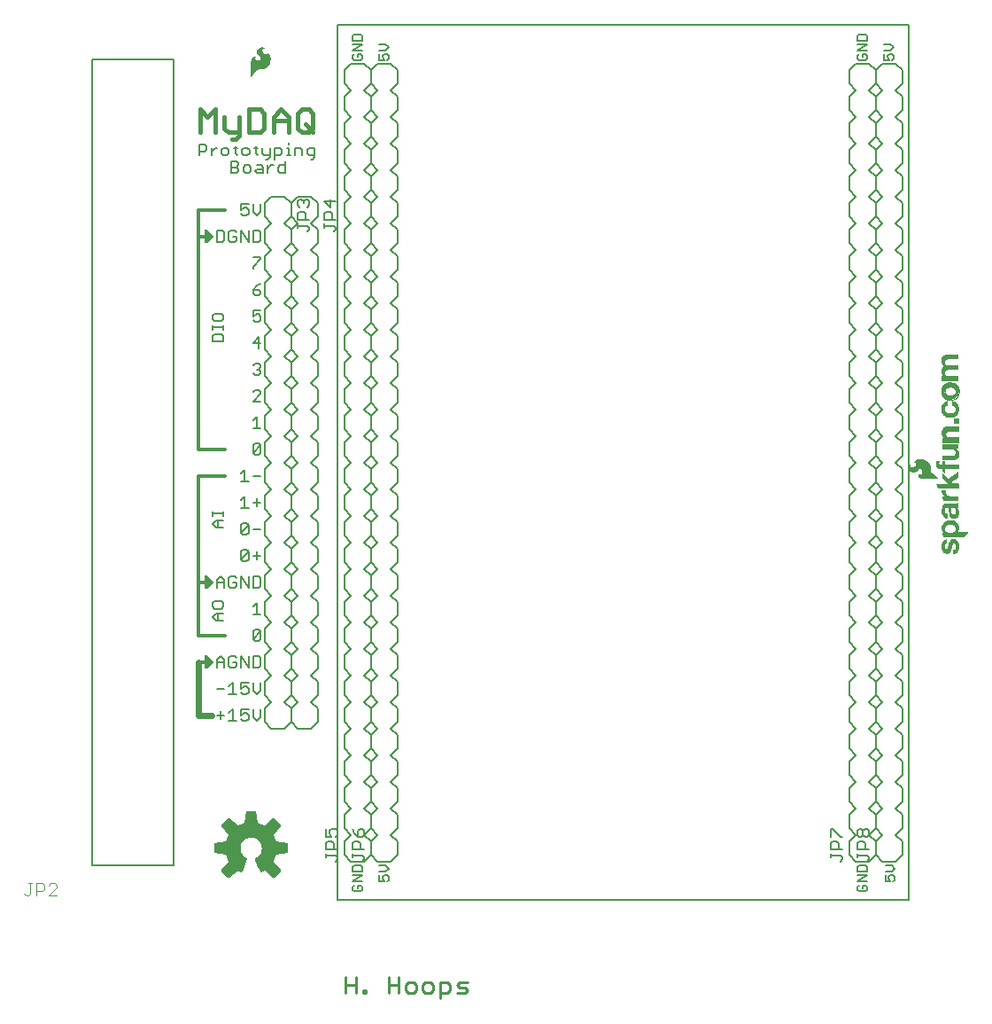
<source format=gbr>
G04 EAGLE Gerber RS-274X export*
G75*
%MOMM*%
%FSLAX34Y34*%
%LPD*%
%INSilkscreen Top*%
%IPPOS*%
%AMOC8*
5,1,8,0,0,1.08239X$1,22.5*%
G01*
%ADD10C,0.304800*%
%ADD11C,0.609600*%
%ADD12C,0.152400*%
%ADD13C,0.381000*%
%ADD14C,0.203200*%
%ADD15C,0.279400*%
%ADD16C,0.025400*%
%ADD17R,0.485100X0.495300*%
%ADD18C,0.127000*%
%ADD19C,0.101600*%

G36*
X174033Y35186D02*
X174033Y35186D01*
X174141Y35196D01*
X174154Y35202D01*
X174168Y35204D01*
X174265Y35252D01*
X174364Y35297D01*
X174377Y35308D01*
X174386Y35312D01*
X174401Y35328D01*
X174478Y35390D01*
X180510Y41422D01*
X180560Y41493D01*
X180565Y41498D01*
X180567Y41501D01*
X180573Y41510D01*
X180639Y41596D01*
X180644Y41609D01*
X180652Y41621D01*
X180683Y41724D01*
X180719Y41827D01*
X180719Y41841D01*
X180723Y41854D01*
X180719Y41962D01*
X180720Y42071D01*
X180715Y42084D01*
X180715Y42098D01*
X180677Y42200D01*
X180642Y42302D01*
X180633Y42317D01*
X180629Y42326D01*
X180615Y42343D01*
X180561Y42425D01*
X173707Y50831D01*
X174745Y52717D01*
X174753Y52739D01*
X174781Y52791D01*
X175798Y55247D01*
X175804Y55270D01*
X175826Y55325D01*
X176425Y57393D01*
X187215Y58490D01*
X187319Y58518D01*
X187425Y58543D01*
X187437Y58550D01*
X187450Y58553D01*
X187540Y58614D01*
X187633Y58671D01*
X187641Y58682D01*
X187653Y58690D01*
X187719Y58776D01*
X187788Y58860D01*
X187792Y58873D01*
X187801Y58884D01*
X187835Y58987D01*
X187874Y59088D01*
X187875Y59106D01*
X187879Y59115D01*
X187879Y59137D01*
X187888Y59235D01*
X187888Y67765D01*
X187871Y67872D01*
X187857Y67980D01*
X187851Y67992D01*
X187849Y68006D01*
X187797Y68102D01*
X187750Y68199D01*
X187740Y68209D01*
X187734Y68221D01*
X187654Y68295D01*
X187578Y68372D01*
X187566Y68378D01*
X187556Y68388D01*
X187457Y68433D01*
X187360Y68481D01*
X187342Y68485D01*
X187333Y68489D01*
X187312Y68491D01*
X187215Y68510D01*
X176425Y69607D01*
X175826Y71675D01*
X175815Y71696D01*
X175798Y71753D01*
X175005Y73669D01*
X174781Y74209D01*
X174768Y74229D01*
X174745Y74283D01*
X173707Y76169D01*
X180561Y84575D01*
X180615Y84669D01*
X180672Y84761D01*
X180675Y84774D01*
X180682Y84786D01*
X180703Y84893D01*
X180728Y84998D01*
X180726Y85012D01*
X180729Y85026D01*
X180714Y85133D01*
X180704Y85241D01*
X180698Y85254D01*
X180696Y85268D01*
X180648Y85365D01*
X180603Y85464D01*
X180592Y85477D01*
X180588Y85486D01*
X180572Y85501D01*
X180510Y85578D01*
X174478Y91610D01*
X174390Y91673D01*
X174304Y91739D01*
X174291Y91744D01*
X174279Y91752D01*
X174176Y91783D01*
X174073Y91819D01*
X174059Y91819D01*
X174046Y91823D01*
X173938Y91819D01*
X173829Y91820D01*
X173816Y91815D01*
X173802Y91815D01*
X173700Y91777D01*
X173598Y91742D01*
X173583Y91733D01*
X173574Y91729D01*
X173557Y91715D01*
X173475Y91661D01*
X165069Y84807D01*
X163183Y85845D01*
X163161Y85853D01*
X163109Y85881D01*
X160653Y86898D01*
X160630Y86904D01*
X160575Y86926D01*
X158507Y87525D01*
X157410Y98315D01*
X157382Y98419D01*
X157357Y98525D01*
X157350Y98537D01*
X157347Y98550D01*
X157286Y98640D01*
X157229Y98733D01*
X157218Y98741D01*
X157210Y98753D01*
X157124Y98819D01*
X157040Y98888D01*
X157027Y98892D01*
X157016Y98901D01*
X156913Y98935D01*
X156812Y98974D01*
X156794Y98975D01*
X156785Y98979D01*
X156763Y98979D01*
X156665Y98988D01*
X148135Y98988D01*
X148028Y98971D01*
X147920Y98957D01*
X147908Y98951D01*
X147894Y98949D01*
X147798Y98897D01*
X147701Y98850D01*
X147691Y98840D01*
X147679Y98834D01*
X147605Y98754D01*
X147528Y98678D01*
X147522Y98666D01*
X147512Y98656D01*
X147467Y98557D01*
X147419Y98460D01*
X147415Y98442D01*
X147411Y98433D01*
X147409Y98412D01*
X147390Y98315D01*
X146293Y87525D01*
X144225Y86926D01*
X144204Y86915D01*
X144147Y86898D01*
X141691Y85881D01*
X141671Y85868D01*
X141617Y85845D01*
X139731Y84807D01*
X131325Y91661D01*
X131231Y91715D01*
X131139Y91772D01*
X131126Y91775D01*
X131114Y91782D01*
X131007Y91803D01*
X130902Y91828D01*
X130888Y91826D01*
X130874Y91829D01*
X130767Y91814D01*
X130659Y91804D01*
X130646Y91798D01*
X130633Y91796D01*
X130535Y91748D01*
X130436Y91703D01*
X130423Y91692D01*
X130414Y91688D01*
X130399Y91672D01*
X130322Y91610D01*
X124290Y85578D01*
X124227Y85490D01*
X124161Y85404D01*
X124156Y85391D01*
X124148Y85379D01*
X124117Y85276D01*
X124081Y85173D01*
X124081Y85159D01*
X124077Y85146D01*
X124081Y85038D01*
X124080Y84929D01*
X124085Y84916D01*
X124085Y84902D01*
X124123Y84800D01*
X124158Y84698D01*
X124167Y84683D01*
X124171Y84674D01*
X124185Y84657D01*
X124239Y84575D01*
X131093Y76169D01*
X130055Y74283D01*
X130047Y74261D01*
X130019Y74209D01*
X129002Y71753D01*
X128996Y71730D01*
X128974Y71675D01*
X128375Y69607D01*
X117585Y68510D01*
X117481Y68482D01*
X117375Y68457D01*
X117363Y68450D01*
X117350Y68447D01*
X117260Y68386D01*
X117167Y68329D01*
X117159Y68318D01*
X117147Y68310D01*
X117081Y68224D01*
X117013Y68140D01*
X117008Y68127D01*
X116999Y68116D01*
X116965Y68013D01*
X116926Y67912D01*
X116925Y67894D01*
X116921Y67885D01*
X116922Y67863D01*
X116912Y67765D01*
X116912Y59235D01*
X116929Y59128D01*
X116943Y59020D01*
X116949Y59008D01*
X116951Y58994D01*
X117003Y58898D01*
X117050Y58801D01*
X117060Y58791D01*
X117066Y58779D01*
X117146Y58705D01*
X117222Y58628D01*
X117234Y58622D01*
X117245Y58612D01*
X117343Y58567D01*
X117440Y58519D01*
X117458Y58515D01*
X117467Y58511D01*
X117488Y58509D01*
X117585Y58490D01*
X128375Y57393D01*
X128974Y55325D01*
X128985Y55304D01*
X129002Y55247D01*
X129057Y55114D01*
X129988Y52867D01*
X129988Y52866D01*
X130019Y52791D01*
X130032Y52771D01*
X130055Y52717D01*
X131093Y50831D01*
X124239Y42425D01*
X124185Y42331D01*
X124128Y42239D01*
X124125Y42226D01*
X124118Y42214D01*
X124097Y42107D01*
X124072Y42002D01*
X124074Y41988D01*
X124071Y41974D01*
X124086Y41867D01*
X124096Y41759D01*
X124102Y41746D01*
X124104Y41733D01*
X124152Y41635D01*
X124197Y41536D01*
X124208Y41523D01*
X124212Y41514D01*
X124228Y41499D01*
X124290Y41422D01*
X130322Y35390D01*
X130410Y35327D01*
X130496Y35261D01*
X130509Y35256D01*
X130521Y35248D01*
X130624Y35217D01*
X130727Y35181D01*
X130741Y35181D01*
X130754Y35177D01*
X130862Y35181D01*
X130971Y35180D01*
X130984Y35185D01*
X130998Y35185D01*
X131100Y35223D01*
X131202Y35258D01*
X131217Y35267D01*
X131226Y35271D01*
X131243Y35285D01*
X131325Y35339D01*
X139725Y42188D01*
X141012Y41456D01*
X141031Y41449D01*
X141067Y41428D01*
X142876Y40589D01*
X142914Y40579D01*
X142950Y40560D01*
X143031Y40546D01*
X143111Y40524D01*
X143151Y40526D01*
X143190Y40520D01*
X143272Y40533D01*
X143355Y40538D01*
X143392Y40553D01*
X143431Y40559D01*
X143504Y40598D01*
X143581Y40629D01*
X143611Y40655D01*
X143647Y40674D01*
X143703Y40734D01*
X143766Y40788D01*
X143786Y40823D01*
X143814Y40852D01*
X143883Y40982D01*
X148906Y53108D01*
X148932Y53220D01*
X148961Y53332D01*
X148960Y53339D01*
X148962Y53346D01*
X148950Y53460D01*
X148941Y53575D01*
X148939Y53581D01*
X148938Y53589D01*
X148890Y53693D01*
X148845Y53799D01*
X148840Y53804D01*
X148837Y53811D01*
X148759Y53895D01*
X148682Y53980D01*
X148674Y53985D01*
X148670Y53989D01*
X148657Y53996D01*
X148558Y54061D01*
X146980Y54876D01*
X145612Y55905D01*
X144436Y57149D01*
X143485Y58573D01*
X142785Y60136D01*
X142358Y61794D01*
X142214Y63496D01*
X142394Y65402D01*
X142925Y67237D01*
X143789Y68940D01*
X144956Y70452D01*
X146385Y71719D01*
X148025Y72698D01*
X149820Y73353D01*
X151705Y73661D01*
X153614Y73613D01*
X155481Y73208D01*
X157239Y72462D01*
X158827Y71401D01*
X160190Y70062D01*
X161278Y68492D01*
X162054Y66747D01*
X162490Y64887D01*
X162572Y62979D01*
X162296Y61089D01*
X161671Y59284D01*
X160721Y57627D01*
X159478Y56176D01*
X157986Y54984D01*
X156236Y54057D01*
X156147Y53990D01*
X156057Y53925D01*
X156050Y53916D01*
X156041Y53910D01*
X155979Y53817D01*
X155914Y53727D01*
X155911Y53716D01*
X155905Y53707D01*
X155876Y53600D01*
X155843Y53494D01*
X155844Y53483D01*
X155841Y53472D01*
X155847Y53360D01*
X155851Y53250D01*
X155855Y53236D01*
X155856Y53228D01*
X155863Y53210D01*
X155894Y53108D01*
X156304Y52117D01*
X157235Y49870D01*
X157235Y49869D01*
X158166Y47622D01*
X158167Y47622D01*
X159098Y45374D01*
X160029Y43126D01*
X160917Y40982D01*
X160938Y40948D01*
X160951Y40911D01*
X161002Y40845D01*
X161046Y40775D01*
X161077Y40750D01*
X161101Y40718D01*
X161170Y40673D01*
X161234Y40620D01*
X161272Y40606D01*
X161305Y40584D01*
X161385Y40563D01*
X161463Y40534D01*
X161503Y40533D01*
X161541Y40523D01*
X161624Y40529D01*
X161706Y40526D01*
X161745Y40538D01*
X161785Y40541D01*
X161924Y40589D01*
X163733Y41428D01*
X163749Y41439D01*
X163788Y41456D01*
X165075Y42188D01*
X173475Y35339D01*
X173569Y35285D01*
X173661Y35228D01*
X173674Y35225D01*
X173686Y35218D01*
X173793Y35197D01*
X173898Y35172D01*
X173912Y35174D01*
X173926Y35171D01*
X174033Y35186D01*
G37*
G36*
X809351Y416157D02*
X809351Y416157D01*
X809355Y416155D01*
X809395Y416176D01*
X809437Y416193D01*
X809439Y416198D01*
X809443Y416200D01*
X809456Y416243D01*
X809472Y416285D01*
X809470Y416290D01*
X809472Y416294D01*
X809436Y416364D01*
X809431Y416374D01*
X809430Y416375D01*
X803948Y421247D01*
X803166Y422101D01*
X802577Y423091D01*
X802450Y423442D01*
X802385Y423810D01*
X802385Y426085D01*
X802383Y426090D01*
X802385Y426096D01*
X802261Y427460D01*
X802255Y427470D01*
X802257Y427482D01*
X801889Y428801D01*
X801881Y428809D01*
X801880Y428822D01*
X801280Y430052D01*
X801273Y430059D01*
X801270Y430070D01*
X800453Y431227D01*
X800445Y431232D01*
X800442Y431241D01*
X799470Y432272D01*
X799462Y432276D01*
X799459Y432282D01*
X799458Y432283D01*
X799457Y432284D01*
X798350Y433169D01*
X798340Y433171D01*
X798333Y433180D01*
X796652Y434127D01*
X796641Y434128D01*
X796631Y434136D01*
X794807Y434764D01*
X794796Y434763D01*
X794785Y434770D01*
X792878Y435058D01*
X792867Y435055D01*
X792855Y435060D01*
X790927Y434999D01*
X790918Y434995D01*
X790906Y434997D01*
X789867Y434790D01*
X789859Y434785D01*
X789849Y434785D01*
X788851Y434427D01*
X788844Y434421D01*
X788833Y434420D01*
X787899Y433918D01*
X787892Y433909D01*
X787880Y433906D01*
X786743Y432999D01*
X786737Y432988D01*
X786724Y432981D01*
X785803Y431855D01*
X785791Y431812D01*
X785775Y431771D01*
X785777Y431766D01*
X785776Y431760D01*
X785798Y431722D01*
X785816Y431682D01*
X785822Y431679D01*
X785824Y431675D01*
X785853Y431667D01*
X785901Y431649D01*
X786781Y431649D01*
X786902Y431633D01*
X787004Y431589D01*
X787343Y431315D01*
X787592Y430954D01*
X787657Y430780D01*
X787715Y430242D01*
X787617Y429712D01*
X787368Y429224D01*
X786717Y428322D01*
X786363Y427910D01*
X785953Y427559D01*
X785495Y427276D01*
X785001Y427070D01*
X784701Y427011D01*
X784398Y427023D01*
X783879Y427180D01*
X783419Y427466D01*
X783049Y427861D01*
X782794Y428342D01*
X782656Y428832D01*
X782598Y429343D01*
X782598Y429946D01*
X782598Y429947D01*
X782589Y429969D01*
X782560Y430037D01*
X782468Y430072D01*
X782458Y430068D01*
X782383Y430034D01*
X782380Y430032D01*
X782379Y430031D01*
X782378Y430030D01*
X782358Y430009D01*
X782356Y430005D01*
X782353Y430004D01*
X782352Y430000D01*
X782347Y429998D01*
X782009Y429563D01*
X782005Y429548D01*
X781993Y429536D01*
X781772Y429032D01*
X781772Y429031D01*
X781620Y428675D01*
X781519Y428447D01*
X781519Y428437D01*
X781512Y428427D01*
X781292Y427549D01*
X781294Y427540D01*
X781289Y427530D01*
X781203Y426630D01*
X781207Y426620D01*
X781203Y426608D01*
X781269Y425740D01*
X781275Y425729D01*
X781274Y425716D01*
X781505Y424876D01*
X781513Y424866D01*
X781514Y424853D01*
X781902Y424073D01*
X781910Y424066D01*
X781913Y424055D01*
X782473Y423278D01*
X782480Y423274D01*
X782484Y423265D01*
X783142Y422569D01*
X783153Y422564D01*
X783161Y422553D01*
X783764Y422122D01*
X783779Y422119D01*
X783792Y422107D01*
X784484Y421840D01*
X784500Y421840D01*
X784515Y421832D01*
X785252Y421745D01*
X785267Y421750D01*
X785284Y421746D01*
X786019Y421845D01*
X786032Y421853D01*
X786049Y421853D01*
X786737Y422133D01*
X786746Y422142D01*
X786760Y422145D01*
X788518Y423332D01*
X788524Y423340D01*
X788534Y423344D01*
X790075Y424797D01*
X790510Y425167D01*
X791013Y425407D01*
X791561Y425509D01*
X792117Y425466D01*
X792642Y425280D01*
X793102Y424965D01*
X793467Y424540D01*
X793760Y423997D01*
X793958Y423411D01*
X794055Y422801D01*
X794020Y422090D01*
X793813Y421412D01*
X793448Y420806D01*
X793120Y420493D01*
X792716Y420287D01*
X792300Y420194D01*
X791872Y420194D01*
X791457Y420287D01*
X791319Y420359D01*
X791205Y420477D01*
X790606Y421301D01*
X790535Y421434D01*
X790507Y421572D01*
X790523Y421730D01*
X790509Y421773D01*
X790498Y421818D01*
X790494Y421820D01*
X790493Y421824D01*
X790452Y421844D01*
X790413Y421867D01*
X790409Y421866D01*
X790405Y421868D01*
X790362Y421853D01*
X790318Y421840D01*
X790316Y421837D01*
X790312Y421836D01*
X790293Y421798D01*
X790272Y421762D01*
X790196Y421279D01*
X790198Y421274D01*
X790195Y421269D01*
X790122Y420329D01*
X790124Y420323D01*
X790122Y420317D01*
X790123Y420314D01*
X790122Y420309D01*
X790195Y419369D01*
X790200Y419359D01*
X790199Y419347D01*
X790383Y418648D01*
X790391Y418638D01*
X790392Y418624D01*
X790713Y417976D01*
X790722Y417968D01*
X790726Y417954D01*
X791171Y417384D01*
X791182Y417378D01*
X791188Y417366D01*
X791738Y416896D01*
X791750Y416892D01*
X791759Y416881D01*
X792491Y416480D01*
X792504Y416479D01*
X792515Y416470D01*
X793314Y416230D01*
X793327Y416231D01*
X793340Y416225D01*
X794171Y416155D01*
X794177Y416157D01*
X794182Y416155D01*
X809346Y416155D01*
X809351Y416157D01*
G37*
G36*
X152410Y800001D02*
X152410Y800001D01*
X152414Y799999D01*
X152484Y800035D01*
X152494Y800040D01*
X152495Y800041D01*
X157367Y805523D01*
X158221Y806305D01*
X159211Y806894D01*
X159562Y807021D01*
X159930Y807086D01*
X162205Y807086D01*
X162210Y807088D01*
X162216Y807086D01*
X163580Y807210D01*
X163590Y807216D01*
X163602Y807214D01*
X164921Y807582D01*
X164929Y807590D01*
X164942Y807591D01*
X166172Y808191D01*
X166179Y808198D01*
X166190Y808201D01*
X167347Y809018D01*
X167352Y809026D01*
X167361Y809029D01*
X168392Y810001D01*
X168395Y810009D01*
X168401Y810011D01*
X168402Y810013D01*
X168404Y810014D01*
X169289Y811121D01*
X169291Y811131D01*
X169300Y811138D01*
X170247Y812819D01*
X170248Y812830D01*
X170256Y812840D01*
X170884Y814664D01*
X170883Y814675D01*
X170890Y814686D01*
X171178Y816593D01*
X171175Y816604D01*
X171180Y816616D01*
X171178Y816668D01*
X171170Y816920D01*
X171166Y817046D01*
X171166Y817047D01*
X171158Y817299D01*
X171150Y817552D01*
X171146Y817678D01*
X171138Y817930D01*
X171127Y818309D01*
X171119Y818544D01*
X171115Y818553D01*
X171117Y818565D01*
X170910Y819604D01*
X170905Y819612D01*
X170905Y819623D01*
X170547Y820620D01*
X170541Y820627D01*
X170540Y820638D01*
X170038Y821572D01*
X170029Y821579D01*
X170026Y821591D01*
X169119Y822728D01*
X169108Y822734D01*
X169101Y822747D01*
X167975Y823668D01*
X167932Y823680D01*
X167891Y823696D01*
X167886Y823694D01*
X167880Y823695D01*
X167842Y823674D01*
X167802Y823655D01*
X167799Y823649D01*
X167795Y823647D01*
X167787Y823618D01*
X167769Y823570D01*
X167769Y822690D01*
X167753Y822570D01*
X167709Y822467D01*
X167435Y822127D01*
X167074Y821879D01*
X166900Y821814D01*
X166362Y821756D01*
X165832Y821854D01*
X165344Y822103D01*
X164442Y822754D01*
X164030Y823108D01*
X163679Y823518D01*
X163396Y823976D01*
X163190Y824470D01*
X163131Y824770D01*
X163143Y825073D01*
X163300Y825592D01*
X163586Y826052D01*
X163981Y826422D01*
X164462Y826677D01*
X164952Y826816D01*
X165463Y826873D01*
X166066Y826873D01*
X166067Y826873D01*
X166089Y826882D01*
X166157Y826911D01*
X166192Y827003D01*
X166188Y827012D01*
X166154Y827088D01*
X166152Y827091D01*
X166151Y827092D01*
X166150Y827093D01*
X166129Y827113D01*
X166122Y827116D01*
X166118Y827124D01*
X165683Y827462D01*
X165668Y827466D01*
X165656Y827478D01*
X165152Y827699D01*
X165151Y827699D01*
X164795Y827851D01*
X164567Y827952D01*
X164557Y827953D01*
X164547Y827959D01*
X163669Y828179D01*
X163660Y828178D01*
X163650Y828182D01*
X162750Y828268D01*
X162740Y828264D01*
X162728Y828268D01*
X161860Y828202D01*
X161849Y828196D01*
X161836Y828197D01*
X160996Y827966D01*
X160986Y827958D01*
X160973Y827957D01*
X160193Y827569D01*
X160186Y827561D01*
X160175Y827558D01*
X159398Y826998D01*
X159394Y826991D01*
X159385Y826987D01*
X158689Y826329D01*
X158684Y826318D01*
X158673Y826310D01*
X158242Y825707D01*
X158239Y825692D01*
X158227Y825679D01*
X157960Y824987D01*
X157960Y824971D01*
X157952Y824956D01*
X157865Y824219D01*
X157870Y824204D01*
X157866Y824187D01*
X157965Y823452D01*
X157973Y823439D01*
X157973Y823422D01*
X158253Y822734D01*
X158262Y822725D01*
X158265Y822711D01*
X159452Y820953D01*
X159460Y820948D01*
X159464Y820937D01*
X160917Y819396D01*
X161287Y818961D01*
X161527Y818458D01*
X161629Y817910D01*
X161586Y817354D01*
X161400Y816829D01*
X161085Y816369D01*
X160660Y816004D01*
X160117Y815711D01*
X159531Y815513D01*
X158921Y815416D01*
X158210Y815451D01*
X157532Y815658D01*
X156926Y816023D01*
X156613Y816351D01*
X156407Y816755D01*
X156314Y817171D01*
X156314Y817599D01*
X156407Y818014D01*
X156479Y818152D01*
X156597Y818266D01*
X157421Y818865D01*
X157554Y818936D01*
X157692Y818964D01*
X157850Y818948D01*
X157893Y818962D01*
X157938Y818973D01*
X157940Y818977D01*
X157944Y818978D01*
X157964Y819019D01*
X157987Y819058D01*
X157986Y819062D01*
X157988Y819066D01*
X157973Y819109D01*
X157960Y819153D01*
X157957Y819155D01*
X157956Y819159D01*
X157918Y819178D01*
X157882Y819199D01*
X157399Y819275D01*
X157394Y819274D01*
X157389Y819276D01*
X156449Y819349D01*
X156440Y819346D01*
X156429Y819349D01*
X155489Y819276D01*
X155479Y819271D01*
X155467Y819272D01*
X154768Y819088D01*
X154758Y819080D01*
X154744Y819079D01*
X154096Y818758D01*
X154088Y818749D01*
X154074Y818745D01*
X153504Y818300D01*
X153498Y818289D01*
X153486Y818283D01*
X153016Y817733D01*
X153012Y817721D01*
X153001Y817712D01*
X152600Y816980D01*
X152599Y816967D01*
X152590Y816956D01*
X152350Y816157D01*
X152351Y816144D01*
X152345Y816131D01*
X152275Y815300D01*
X152277Y815294D01*
X152275Y815289D01*
X152275Y800125D01*
X152277Y800120D01*
X152275Y800116D01*
X152296Y800076D01*
X152313Y800034D01*
X152318Y800033D01*
X152320Y800028D01*
X152363Y800015D01*
X152405Y799999D01*
X152410Y800001D01*
G37*
G36*
X834294Y360607D02*
X834294Y360607D01*
X834301Y360605D01*
X834358Y360634D01*
X834379Y360643D01*
X834380Y360645D01*
X834382Y360646D01*
X838116Y364786D01*
X838131Y364831D01*
X838148Y364875D01*
X838147Y364877D01*
X838148Y364880D01*
X838127Y364922D01*
X838107Y364964D01*
X838105Y364965D01*
X838104Y364967D01*
X838082Y364974D01*
X838022Y364997D01*
X826918Y364997D01*
X826920Y364998D01*
X827636Y365518D01*
X827643Y365529D01*
X827656Y365536D01*
X828246Y366196D01*
X828250Y366208D01*
X828261Y366218D01*
X828698Y366987D01*
X828700Y367000D01*
X828709Y367012D01*
X828973Y367856D01*
X828972Y367867D01*
X828978Y367878D01*
X829133Y369095D01*
X829131Y369104D01*
X829134Y369113D01*
X829117Y370340D01*
X829114Y370348D01*
X829116Y370358D01*
X828927Y371570D01*
X828922Y371579D01*
X828922Y371590D01*
X828628Y372509D01*
X828621Y372517D01*
X828619Y372529D01*
X828173Y373385D01*
X828165Y373391D01*
X828162Y373403D01*
X827577Y374171D01*
X827568Y374176D01*
X827563Y374187D01*
X826856Y374844D01*
X826846Y374848D01*
X826839Y374858D01*
X825654Y375630D01*
X825644Y375632D01*
X825635Y375640D01*
X824335Y376196D01*
X824324Y376196D01*
X824314Y376203D01*
X822938Y376526D01*
X822927Y376524D01*
X822916Y376529D01*
X820701Y376647D01*
X820690Y376643D01*
X820678Y376646D01*
X818478Y376363D01*
X818468Y376358D01*
X818456Y376358D01*
X816343Y375684D01*
X816333Y375676D01*
X816320Y375674D01*
X815279Y375095D01*
X815271Y375084D01*
X815257Y375079D01*
X814367Y374287D01*
X814362Y374278D01*
X814352Y374271D01*
X813699Y373447D01*
X813697Y373439D01*
X813690Y373433D01*
X813149Y372531D01*
X813147Y372521D01*
X813139Y372512D01*
X812739Y371488D01*
X812739Y371475D01*
X812732Y371463D01*
X812549Y370378D01*
X812551Y370367D01*
X812547Y370355D01*
X812572Y368374D01*
X812577Y368363D01*
X812575Y368350D01*
X812677Y367868D01*
X812683Y367859D01*
X812683Y367847D01*
X813216Y366526D01*
X813223Y366519D01*
X813224Y366509D01*
X813457Y366115D01*
X813466Y366108D01*
X813471Y366096D01*
X813772Y365753D01*
X813778Y365750D01*
X813781Y365743D01*
X814390Y365183D01*
X814746Y364854D01*
X814747Y364854D01*
X814748Y364853D01*
X814897Y364719D01*
X812980Y364743D01*
X812965Y364737D01*
X812951Y364740D01*
X812922Y364720D01*
X812888Y364706D01*
X812883Y364692D01*
X812870Y364683D01*
X812863Y364642D01*
X812852Y364615D01*
X812856Y364605D01*
X812854Y364594D01*
X813590Y360708D01*
X813612Y360674D01*
X813629Y360638D01*
X813639Y360634D01*
X813645Y360626D01*
X813674Y360620D01*
X813714Y360605D01*
X834288Y360605D01*
X834294Y360607D01*
G37*
G36*
X828652Y509755D02*
X828652Y509755D01*
X828654Y509754D01*
X828697Y509774D01*
X828741Y509792D01*
X828741Y509794D01*
X828743Y509795D01*
X828776Y509880D01*
X828776Y514198D01*
X828775Y514200D01*
X828776Y514202D01*
X828756Y514245D01*
X828738Y514289D01*
X828736Y514289D01*
X828735Y514291D01*
X828650Y514324D01*
X818845Y514324D01*
X818842Y514323D01*
X818839Y514324D01*
X818217Y514294D01*
X817626Y514426D01*
X817088Y514709D01*
X816144Y515529D01*
X815878Y515883D01*
X815700Y516287D01*
X815618Y516727D01*
X815569Y517575D01*
X815600Y518052D01*
X815736Y518503D01*
X815969Y518911D01*
X816287Y519258D01*
X816834Y519628D01*
X817453Y519859D01*
X818116Y519939D01*
X828675Y519939D01*
X828677Y519940D01*
X828679Y519939D01*
X828722Y519959D01*
X828766Y519977D01*
X828766Y519979D01*
X828768Y519980D01*
X828801Y520065D01*
X828801Y524383D01*
X828800Y524385D01*
X828801Y524387D01*
X828781Y524430D01*
X828763Y524474D01*
X828761Y524474D01*
X828760Y524476D01*
X828675Y524509D01*
X819154Y524509D01*
X818051Y524584D01*
X817412Y524733D01*
X816817Y525006D01*
X816289Y525391D01*
X816003Y525709D01*
X815793Y526082D01*
X815667Y526491D01*
X815575Y527394D01*
X815643Y528298D01*
X815771Y528746D01*
X815997Y529152D01*
X816311Y529495D01*
X816694Y529756D01*
X817516Y530068D01*
X818396Y530175D01*
X828675Y530175D01*
X828677Y530176D01*
X828679Y530175D01*
X828722Y530195D01*
X828766Y530213D01*
X828766Y530215D01*
X828768Y530216D01*
X828801Y530301D01*
X828801Y534543D01*
X828800Y534545D01*
X828801Y534547D01*
X828781Y534590D01*
X828763Y534634D01*
X828761Y534634D01*
X828760Y534636D01*
X828675Y534669D01*
X817093Y534669D01*
X817084Y534666D01*
X817074Y534668D01*
X815978Y534499D01*
X815968Y534493D01*
X815953Y534493D01*
X814914Y534107D01*
X814905Y534098D01*
X814891Y534095D01*
X813952Y533507D01*
X813945Y533496D01*
X813931Y533491D01*
X813267Y532845D01*
X813262Y532833D01*
X813249Y532824D01*
X812742Y532050D01*
X812740Y532036D01*
X812729Y532025D01*
X812403Y531159D01*
X812403Y531148D01*
X812397Y531138D01*
X812148Y529878D01*
X812150Y529872D01*
X812146Y529864D01*
X812039Y528585D01*
X812042Y528575D01*
X812039Y528565D01*
X812100Y527671D01*
X812106Y527661D01*
X812104Y527647D01*
X812336Y526782D01*
X812343Y526772D01*
X812344Y526759D01*
X812738Y525954D01*
X812746Y525947D01*
X812748Y525935D01*
X813386Y525046D01*
X813394Y525042D01*
X813398Y525032D01*
X814157Y524244D01*
X814160Y524243D01*
X814161Y524240D01*
X814642Y523785D01*
X814684Y523743D01*
X814026Y523363D01*
X814019Y523353D01*
X814006Y523349D01*
X813337Y522767D01*
X813332Y522756D01*
X813320Y522749D01*
X812774Y522051D01*
X812771Y522039D01*
X812761Y522030D01*
X812358Y521240D01*
X812357Y521228D01*
X812349Y521217D01*
X812088Y520294D01*
X812089Y520282D01*
X812084Y520269D01*
X812014Y519312D01*
X812017Y519302D01*
X812014Y519291D01*
X812141Y517919D01*
X812145Y517912D01*
X812144Y517902D01*
X812398Y516810D01*
X812405Y516800D01*
X812406Y516787D01*
X812810Y515897D01*
X812822Y515887D01*
X812827Y515871D01*
X813439Y515109D01*
X813446Y515105D01*
X813449Y515097D01*
X814236Y514335D01*
X814239Y514334D01*
X814240Y514332D01*
X814245Y514330D01*
X814247Y514326D01*
X814643Y514024D01*
X814650Y513993D01*
X812597Y513993D01*
X812595Y513992D01*
X812593Y513993D01*
X812550Y513973D01*
X812506Y513955D01*
X812506Y513953D01*
X812504Y513952D01*
X812471Y513867D01*
X812471Y509880D01*
X812472Y509878D01*
X812471Y509876D01*
X812491Y509833D01*
X812509Y509789D01*
X812511Y509789D01*
X812512Y509787D01*
X812597Y509754D01*
X828650Y509754D01*
X828652Y509755D01*
G37*
G36*
X824818Y377980D02*
X824818Y377980D01*
X824831Y377977D01*
X825875Y378166D01*
X825884Y378172D01*
X825897Y378172D01*
X826890Y378545D01*
X826899Y378553D01*
X826911Y378555D01*
X827394Y378847D01*
X827401Y378856D01*
X827413Y378861D01*
X827833Y379238D01*
X827838Y379249D01*
X827849Y379256D01*
X828191Y379704D01*
X828195Y379717D01*
X828205Y379727D01*
X828811Y380996D01*
X828811Y381009D01*
X828820Y381022D01*
X829128Y382394D01*
X829126Y382406D01*
X829131Y382419D01*
X829169Y384054D01*
X829165Y384064D01*
X829168Y384075D01*
X828927Y385693D01*
X828921Y385702D01*
X828922Y385715D01*
X828570Y386750D01*
X828562Y386759D01*
X828560Y386771D01*
X828020Y387722D01*
X828011Y387730D01*
X828006Y387742D01*
X827303Y388569D01*
X827287Y388593D01*
X827286Y388602D01*
X827288Y388610D01*
X827294Y388617D01*
X827317Y388626D01*
X828346Y388853D01*
X828349Y388855D01*
X828352Y388854D01*
X828632Y388930D01*
X828646Y388941D01*
X828665Y388945D01*
X828701Y388966D01*
X828718Y388990D01*
X828721Y388993D01*
X828731Y388997D01*
X828734Y389005D01*
X828747Y389017D01*
X828766Y389054D01*
X828768Y389084D01*
X828779Y389122D01*
X828776Y389158D01*
X828776Y393192D01*
X828767Y393215D01*
X828767Y393240D01*
X828748Y393258D01*
X828738Y393283D01*
X828715Y393292D01*
X828697Y393309D01*
X828668Y393310D01*
X828646Y393318D01*
X828628Y393310D01*
X828606Y393310D01*
X828407Y393236D01*
X827112Y392887D01*
X825775Y392785D01*
X821437Y392810D01*
X821434Y392809D01*
X821432Y392810D01*
X821389Y392790D01*
X821356Y392777D01*
X821334Y392785D01*
X816508Y392785D01*
X816501Y392782D01*
X816493Y392784D01*
X815757Y392693D01*
X815744Y392686D01*
X815727Y392686D01*
X815036Y392419D01*
X815026Y392408D01*
X815009Y392404D01*
X814404Y391977D01*
X814396Y391964D01*
X814381Y391956D01*
X813898Y391394D01*
X813894Y391381D01*
X813883Y391371D01*
X813189Y390068D01*
X813188Y390056D01*
X813180Y390045D01*
X812755Y388631D01*
X812756Y388621D01*
X812751Y388612D01*
X812521Y386873D01*
X812523Y386865D01*
X812520Y386857D01*
X812512Y385103D01*
X812515Y385096D01*
X812512Y385087D01*
X812726Y383347D01*
X812730Y383339D01*
X812729Y383329D01*
X813063Y382100D01*
X813070Y382092D01*
X813070Y382081D01*
X813599Y380923D01*
X813608Y380915D01*
X813611Y380902D01*
X814185Y380085D01*
X814196Y380078D01*
X814202Y380065D01*
X814242Y380028D01*
X814916Y379397D01*
X814932Y379382D01*
X814944Y379378D01*
X814953Y379366D01*
X815806Y378847D01*
X815819Y378845D01*
X815830Y378835D01*
X816771Y378501D01*
X816784Y378502D01*
X816797Y378495D01*
X817688Y378373D01*
X817690Y378370D01*
X817690Y378369D01*
X817737Y378351D01*
X817782Y378334D01*
X817787Y378336D01*
X817866Y378369D01*
X817892Y378394D01*
X817909Y378434D01*
X817930Y378472D01*
X817928Y378478D01*
X817930Y378485D01*
X817913Y378525D01*
X817904Y378555D01*
X817904Y382702D01*
X817903Y382704D01*
X817904Y382706D01*
X817884Y382749D01*
X817866Y382793D01*
X817864Y382793D01*
X817863Y382795D01*
X817778Y382828D01*
X817736Y382828D01*
X817204Y382891D01*
X816709Y383075D01*
X816271Y383370D01*
X815915Y383760D01*
X815660Y384224D01*
X815495Y384785D01*
X815441Y385372D01*
X815491Y386727D01*
X815552Y387096D01*
X815680Y387442D01*
X815873Y387756D01*
X816107Y388009D01*
X816386Y388208D01*
X816700Y388347D01*
X817221Y388458D01*
X817752Y388458D01*
X818273Y388347D01*
X818370Y388305D01*
X818457Y388245D01*
X818718Y387961D01*
X818964Y387533D01*
X819129Y387064D01*
X819355Y385758D01*
X819583Y383552D01*
X819586Y383548D01*
X819585Y383543D01*
X819863Y382006D01*
X819867Y381998D01*
X819867Y381989D01*
X820351Y380504D01*
X820358Y380496D01*
X820359Y380484D01*
X820725Y379788D01*
X820735Y379780D01*
X820739Y379767D01*
X821237Y379157D01*
X821245Y379153D01*
X821249Y379144D01*
X821253Y379143D01*
X821255Y379139D01*
X821864Y378641D01*
X821875Y378638D01*
X821878Y378637D01*
X821888Y378626D01*
X822750Y378197D01*
X822765Y378196D01*
X822779Y378187D01*
X823720Y377981D01*
X823733Y377983D01*
X823747Y377978D01*
X824808Y377975D01*
X824818Y377980D01*
G37*
G36*
X828729Y407113D02*
X828729Y407113D01*
X828732Y407112D01*
X828815Y407149D01*
X828866Y407200D01*
X828868Y407203D01*
X828870Y407204D01*
X828903Y407289D01*
X828903Y411429D01*
X828902Y411431D01*
X828903Y411433D01*
X828883Y411476D01*
X828865Y411520D01*
X828863Y411520D01*
X828862Y411522D01*
X828777Y411555D01*
X823369Y411555D01*
X821762Y413210D01*
X828740Y417443D01*
X828751Y417458D01*
X828768Y417466D01*
X828781Y417500D01*
X828798Y417523D01*
X828796Y417536D01*
X828801Y417550D01*
X828826Y422630D01*
X828811Y422666D01*
X828803Y422704D01*
X828793Y422710D01*
X828788Y422721D01*
X828752Y422736D01*
X828719Y422756D01*
X828707Y422753D01*
X828697Y422757D01*
X828669Y422745D01*
X828630Y422736D01*
X818735Y416139D01*
X813169Y421830D01*
X813168Y421831D01*
X813167Y421833D01*
X813122Y421850D01*
X813078Y421868D01*
X813077Y421868D01*
X813075Y421868D01*
X813032Y421848D01*
X812988Y421829D01*
X812987Y421828D01*
X812986Y421827D01*
X812953Y421742D01*
X812953Y417068D01*
X812954Y417065D01*
X812953Y417062D01*
X812990Y416979D01*
X818464Y411504D01*
X807034Y411504D01*
X807002Y411491D01*
X806968Y411486D01*
X806958Y411472D01*
X806943Y411466D01*
X806931Y411434D01*
X806911Y411405D01*
X806913Y411388D01*
X806908Y411374D01*
X806919Y411349D01*
X806924Y411315D01*
X809286Y407175D01*
X809303Y407163D01*
X809311Y407145D01*
X809343Y407132D01*
X809365Y407116D01*
X809380Y407118D01*
X809396Y407112D01*
X828726Y407112D01*
X828729Y407113D01*
G37*
G36*
X823803Y434013D02*
X823803Y434013D01*
X823810Y434011D01*
X824909Y434112D01*
X824919Y434118D01*
X824932Y434116D01*
X825995Y434416D01*
X826004Y434423D01*
X826017Y434424D01*
X827007Y434912D01*
X827015Y434921D01*
X827027Y434925D01*
X827912Y435585D01*
X827919Y435595D01*
X827931Y435602D01*
X828159Y435856D01*
X828163Y435868D01*
X828174Y435876D01*
X828700Y436778D01*
X828702Y436790D01*
X828710Y436800D01*
X829053Y437786D01*
X829052Y437798D01*
X829059Y437810D01*
X829206Y438843D01*
X829203Y438853D01*
X829207Y438864D01*
X829206Y438938D01*
X829206Y438939D01*
X829203Y439065D01*
X829201Y439191D01*
X829198Y439317D01*
X829195Y439443D01*
X829195Y439444D01*
X829193Y439570D01*
X829177Y440358D01*
X829174Y440365D01*
X829176Y440374D01*
X828952Y441852D01*
X828947Y441860D01*
X828948Y441870D01*
X828867Y442132D01*
X828861Y442140D01*
X828860Y442152D01*
X828737Y442397D01*
X828730Y442404D01*
X828727Y442414D01*
X828068Y443344D01*
X828060Y443349D01*
X828057Y443358D01*
X827272Y444185D01*
X827264Y444188D01*
X827259Y444197D01*
X826618Y444704D01*
X828675Y444704D01*
X828677Y444705D01*
X828679Y444704D01*
X828722Y444724D01*
X828766Y444742D01*
X828766Y444744D01*
X828768Y444745D01*
X828801Y444830D01*
X828801Y448843D01*
X828800Y448845D01*
X828801Y448847D01*
X828781Y448890D01*
X828763Y448934D01*
X828761Y448934D01*
X828760Y448936D01*
X828675Y448969D01*
X813054Y448969D01*
X813052Y448968D01*
X813050Y448969D01*
X813007Y448949D01*
X812963Y448931D01*
X812963Y448929D01*
X812961Y448928D01*
X812928Y448843D01*
X812928Y444627D01*
X812929Y444625D01*
X812928Y444623D01*
X812948Y444580D01*
X812966Y444536D01*
X812968Y444536D01*
X812969Y444534D01*
X813054Y444501D01*
X821356Y444501D01*
X822586Y444425D01*
X823790Y444200D01*
X824340Y443991D01*
X824825Y443664D01*
X825222Y443233D01*
X825510Y442723D01*
X825722Y442032D01*
X825789Y441311D01*
X825709Y440592D01*
X825486Y439903D01*
X825261Y439508D01*
X824960Y439167D01*
X824598Y438895D01*
X823830Y438552D01*
X823000Y438403D01*
X813003Y438403D01*
X813001Y438402D01*
X812999Y438403D01*
X812956Y438383D01*
X812912Y438365D01*
X812912Y438363D01*
X812910Y438362D01*
X812877Y438277D01*
X812877Y434137D01*
X812878Y434135D01*
X812877Y434133D01*
X812897Y434090D01*
X812915Y434046D01*
X812917Y434046D01*
X812918Y434044D01*
X813003Y434011D01*
X823798Y434011D01*
X823803Y434013D01*
G37*
G36*
X828753Y451208D02*
X828753Y451208D01*
X828755Y451207D01*
X828798Y451227D01*
X828842Y451245D01*
X828842Y451247D01*
X828844Y451248D01*
X828877Y451333D01*
X828877Y455549D01*
X828876Y455551D01*
X828877Y455553D01*
X828857Y455596D01*
X828839Y455640D01*
X828837Y455640D01*
X828836Y455642D01*
X828751Y455675D01*
X819385Y455675D01*
X818602Y455756D01*
X817852Y455972D01*
X817173Y456335D01*
X816604Y456852D01*
X816290Y457309D01*
X816086Y457825D01*
X815999Y458381D01*
X815949Y459486D01*
X815966Y459802D01*
X816043Y460102D01*
X816260Y460537D01*
X816569Y460911D01*
X816956Y461207D01*
X817598Y461517D01*
X818286Y461708D01*
X819004Y461773D01*
X828650Y461773D01*
X828652Y461774D01*
X828654Y461773D01*
X828697Y461793D01*
X828741Y461811D01*
X828741Y461813D01*
X828743Y461814D01*
X828776Y461899D01*
X828776Y465988D01*
X828775Y465990D01*
X828776Y465992D01*
X828756Y466035D01*
X828738Y466079D01*
X828736Y466079D01*
X828735Y466081D01*
X828650Y466114D01*
X818109Y466114D01*
X818104Y466112D01*
X818099Y466114D01*
X816970Y466024D01*
X816962Y466020D01*
X816953Y466021D01*
X815846Y465781D01*
X815838Y465776D01*
X815828Y465776D01*
X815123Y465507D01*
X815115Y465499D01*
X815103Y465497D01*
X814454Y465113D01*
X814448Y465104D01*
X814436Y465100D01*
X813861Y464611D01*
X813856Y464600D01*
X813844Y464593D01*
X813226Y463808D01*
X813223Y463795D01*
X813211Y463784D01*
X812789Y462879D01*
X812788Y462865D01*
X812780Y462851D01*
X812574Y461874D01*
X812577Y461863D01*
X812572Y461851D01*
X812522Y459845D01*
X812526Y459835D01*
X812523Y459824D01*
X812678Y458772D01*
X812685Y458761D01*
X812685Y458747D01*
X813054Y457750D01*
X813063Y457740D01*
X813066Y457726D01*
X813633Y456828D01*
X813642Y456821D01*
X813646Y456810D01*
X814062Y456349D01*
X814070Y456346D01*
X814074Y456338D01*
X814547Y455936D01*
X814552Y455934D01*
X814554Y455930D01*
X814932Y455653D01*
X815068Y455539D01*
X815097Y455497D01*
X813029Y455497D01*
X813027Y455496D01*
X813025Y455497D01*
X812982Y455477D01*
X812938Y455459D01*
X812938Y455457D01*
X812936Y455456D01*
X812903Y455371D01*
X812903Y451333D01*
X812904Y451331D01*
X812903Y451329D01*
X812923Y451286D01*
X812941Y451242D01*
X812943Y451242D01*
X812944Y451240D01*
X813029Y451207D01*
X828751Y451207D01*
X828753Y451208D01*
G37*
G36*
X824174Y492051D02*
X824174Y492051D01*
X824194Y492064D01*
X824222Y492070D01*
X826711Y493670D01*
X826726Y493691D01*
X826750Y493709D01*
X828528Y496554D01*
X828532Y496578D01*
X828546Y496604D01*
X828952Y499601D01*
X828948Y499615D01*
X828953Y499631D01*
X828699Y502146D01*
X828692Y502158D01*
X828692Y502174D01*
X828057Y504028D01*
X828046Y504041D01*
X828041Y504060D01*
X827254Y505177D01*
X827246Y505182D01*
X827242Y505191D01*
X826099Y506385D01*
X826085Y506391D01*
X826075Y506405D01*
X824780Y507218D01*
X824763Y507221D01*
X824747Y507233D01*
X822283Y507919D01*
X822273Y507917D01*
X822264Y507922D01*
X820156Y508176D01*
X820142Y508172D01*
X820125Y508176D01*
X817940Y507896D01*
X817925Y507887D01*
X817905Y507886D01*
X815568Y506845D01*
X815556Y506832D01*
X815537Y506826D01*
X814267Y505734D01*
X814260Y505720D01*
X814245Y505710D01*
X812874Y503729D01*
X812871Y503713D01*
X812859Y503698D01*
X812300Y502072D01*
X812300Y502059D01*
X812294Y502047D01*
X812040Y500040D01*
X812042Y500031D01*
X812039Y500022D01*
X812039Y500021D01*
X812049Y499998D01*
X812055Y499985D01*
X812066Y499945D01*
X812075Y499941D01*
X812079Y499932D01*
X812080Y499931D01*
X812082Y499931D01*
X812128Y499912D01*
X812153Y499898D01*
X812158Y499900D01*
X812163Y499898D01*
X815135Y499848D01*
X815138Y499849D01*
X815141Y499848D01*
X815183Y499867D01*
X815226Y499885D01*
X815227Y499888D01*
X815230Y499889D01*
X815263Y499974D01*
X815263Y500070D01*
X815362Y501257D01*
X815875Y502210D01*
X816119Y502462D01*
X816120Y502462D01*
X816242Y502588D01*
X816487Y502841D01*
X816684Y503044D01*
X818296Y503788D01*
X820225Y504039D01*
X821650Y504039D01*
X823198Y503664D01*
X824408Y503121D01*
X825389Y502042D01*
X825981Y500291D01*
X825759Y498543D01*
X824751Y496895D01*
X823724Y496357D01*
X822576Y495983D01*
X821327Y495808D01*
X819468Y495858D01*
X817994Y496132D01*
X817105Y496528D01*
X816021Y497316D01*
X815386Y498464D01*
X815236Y499559D01*
X815214Y499596D01*
X815196Y499635D01*
X815189Y499638D01*
X815186Y499644D01*
X815156Y499651D01*
X815111Y499668D01*
X812190Y499668D01*
X812163Y499657D01*
X812134Y499655D01*
X812118Y499638D01*
X812099Y499630D01*
X812091Y499608D01*
X812073Y499588D01*
X812023Y499461D01*
X812023Y499439D01*
X812014Y499415D01*
X812014Y499364D01*
X812017Y499357D01*
X812015Y499349D01*
X812192Y497876D01*
X812202Y497858D01*
X812204Y497835D01*
X813881Y494457D01*
X813900Y494440D01*
X813916Y494414D01*
X816634Y492280D01*
X816658Y492273D01*
X816684Y492256D01*
X820240Y491443D01*
X820262Y491447D01*
X820288Y491441D01*
X824174Y492051D01*
G37*
G36*
X823728Y344172D02*
X823728Y344172D01*
X823731Y344171D01*
X824087Y344196D01*
X824093Y344199D01*
X824100Y344198D01*
X824684Y344300D01*
X824692Y344305D01*
X824703Y344304D01*
X825973Y344736D01*
X825980Y344743D01*
X825990Y344744D01*
X826586Y345053D01*
X826593Y345063D01*
X826606Y345067D01*
X827130Y345487D01*
X827135Y345498D01*
X827147Y345504D01*
X827578Y346019D01*
X827580Y346027D01*
X827587Y346032D01*
X828349Y347226D01*
X828351Y347234D01*
X828358Y347241D01*
X828755Y348098D01*
X828756Y348111D01*
X828764Y348123D01*
X828976Y349044D01*
X828974Y349053D01*
X828979Y349063D01*
X829157Y351629D01*
X829155Y351636D01*
X829157Y351642D01*
X829153Y351750D01*
X829149Y351876D01*
X829144Y352002D01*
X829140Y352128D01*
X829140Y352129D01*
X829136Y352255D01*
X829131Y352381D01*
X829127Y352507D01*
X829122Y352633D01*
X829122Y352634D01*
X829118Y352760D01*
X829113Y352886D01*
X829110Y352969D01*
X829108Y352975D01*
X829109Y352982D01*
X828927Y354296D01*
X828923Y354304D01*
X828924Y354313D01*
X828641Y355313D01*
X828634Y355322D01*
X828633Y355334D01*
X828182Y356269D01*
X828174Y356276D01*
X828171Y356288D01*
X827565Y357132D01*
X827556Y357137D01*
X827554Y357142D01*
X827553Y357142D01*
X827550Y357148D01*
X826807Y357874D01*
X826797Y357878D01*
X826789Y357889D01*
X826225Y358268D01*
X826214Y358270D01*
X826204Y358279D01*
X825579Y358545D01*
X825567Y358545D01*
X825556Y358553D01*
X824892Y358695D01*
X824883Y358694D01*
X824874Y358698D01*
X823833Y358774D01*
X823824Y358771D01*
X823813Y358774D01*
X822758Y358680D01*
X822745Y358673D01*
X822729Y358673D01*
X821726Y358336D01*
X821715Y358327D01*
X821700Y358324D01*
X821288Y358072D01*
X821281Y358062D01*
X821267Y358056D01*
X820917Y357724D01*
X820913Y357713D01*
X820902Y357707D01*
X820394Y357015D01*
X820392Y357007D01*
X820384Y357000D01*
X819979Y356244D01*
X819978Y356235D01*
X819972Y356228D01*
X819362Y354572D01*
X819362Y354564D01*
X819357Y354556D01*
X818976Y352833D01*
X818976Y352832D01*
X818975Y352831D01*
X818571Y350808D01*
X818299Y350056D01*
X817883Y349381D01*
X817590Y349098D01*
X817229Y348914D01*
X816860Y348849D01*
X816488Y348897D01*
X816146Y349052D01*
X815878Y349285D01*
X815683Y349586D01*
X815526Y350010D01*
X815441Y350459D01*
X815397Y351308D01*
X815441Y352155D01*
X815539Y352651D01*
X815728Y353118D01*
X815999Y353541D01*
X816263Y353816D01*
X816576Y354034D01*
X816928Y354184D01*
X817171Y354239D01*
X817431Y354255D01*
X817473Y354276D01*
X817516Y354296D01*
X817517Y354298D01*
X817519Y354299D01*
X817525Y354318D01*
X817549Y354381D01*
X817549Y358267D01*
X817546Y358276D01*
X817548Y358284D01*
X817527Y358320D01*
X817511Y358358D01*
X817502Y358361D01*
X817497Y358369D01*
X817446Y358383D01*
X817419Y358393D01*
X817415Y358391D01*
X817410Y358393D01*
X816699Y358317D01*
X816689Y358311D01*
X816678Y358313D01*
X816672Y358308D01*
X816665Y358308D01*
X816652Y358316D01*
X816632Y358311D01*
X816617Y358311D01*
X816614Y358309D01*
X816592Y358310D01*
X816034Y358107D01*
X816030Y358103D01*
X816025Y358103D01*
X815237Y357747D01*
X815231Y357740D01*
X815220Y357738D01*
X814778Y357452D01*
X814773Y357444D01*
X814763Y357440D01*
X814368Y357092D01*
X814363Y357082D01*
X814352Y357075D01*
X813595Y356116D01*
X813592Y356103D01*
X813581Y356093D01*
X813043Y354996D01*
X813042Y354984D01*
X813034Y354973D01*
X812666Y353622D01*
X812667Y353612D01*
X812662Y353602D01*
X812522Y352209D01*
X812524Y352203D01*
X812522Y352196D01*
X812522Y350393D01*
X812524Y350387D01*
X812522Y350379D01*
X812677Y348950D01*
X812683Y348940D01*
X812682Y348927D01*
X813093Y347549D01*
X813100Y347540D01*
X813101Y347528D01*
X813755Y346247D01*
X813764Y346239D01*
X813767Y346227D01*
X814137Y345751D01*
X814147Y345745D01*
X814153Y345733D01*
X814608Y345339D01*
X814619Y345335D01*
X814628Y345324D01*
X815150Y345025D01*
X815163Y345024D01*
X815173Y345015D01*
X816257Y344657D01*
X816269Y344658D01*
X816282Y344652D01*
X817416Y344523D01*
X817428Y344526D01*
X817442Y344523D01*
X818578Y344628D01*
X818589Y344634D01*
X818603Y344633D01*
X819092Y344785D01*
X819102Y344793D01*
X819116Y344795D01*
X819563Y345044D01*
X819571Y345055D01*
X819585Y345059D01*
X819970Y345396D01*
X819975Y345406D01*
X819986Y345412D01*
X820523Y346089D01*
X820526Y346098D01*
X820534Y346105D01*
X820961Y346856D01*
X820962Y346865D01*
X820969Y346873D01*
X821275Y347681D01*
X821275Y347689D01*
X821280Y347697D01*
X822143Y351328D01*
X822449Y352502D01*
X822919Y353609D01*
X823150Y353945D01*
X823454Y354211D01*
X823816Y354391D01*
X824211Y354476D01*
X824615Y354459D01*
X825000Y354342D01*
X825345Y354134D01*
X825629Y353846D01*
X825941Y353333D01*
X826138Y352766D01*
X826212Y352163D01*
X826212Y350833D01*
X826139Y350271D01*
X825922Y349684D01*
X825585Y349157D01*
X825142Y348715D01*
X824728Y348460D01*
X824266Y348313D01*
X823769Y348284D01*
X823722Y348284D01*
X823720Y348283D01*
X823718Y348284D01*
X823675Y348264D01*
X823631Y348246D01*
X823631Y348244D01*
X823629Y348243D01*
X823596Y348158D01*
X823596Y344297D01*
X823598Y344291D01*
X823596Y344284D01*
X823603Y344272D01*
X823602Y344258D01*
X823603Y344256D01*
X823603Y344255D01*
X823623Y344233D01*
X823634Y344206D01*
X823641Y344204D01*
X823644Y344198D01*
X823658Y344193D01*
X823667Y344183D01*
X823668Y344183D01*
X823670Y344182D01*
X823697Y344181D01*
X823704Y344179D01*
X823726Y344171D01*
X823728Y344172D01*
G37*
G36*
X821746Y474349D02*
X821746Y474349D01*
X821756Y474347D01*
X822972Y474492D01*
X822980Y474497D01*
X822991Y474496D01*
X824169Y474830D01*
X824177Y474836D01*
X824188Y474837D01*
X825298Y475351D01*
X825305Y475359D01*
X825316Y475361D01*
X826332Y476043D01*
X826338Y476052D01*
X826348Y476056D01*
X827171Y476827D01*
X827175Y476836D01*
X827185Y476842D01*
X827869Y477738D01*
X827872Y477748D01*
X827881Y477756D01*
X828407Y478753D01*
X828408Y478763D01*
X828415Y478772D01*
X828770Y479842D01*
X828769Y479851D01*
X828774Y479860D01*
X829056Y481424D01*
X829055Y481431D01*
X829058Y481438D01*
X829157Y483024D01*
X829154Y483033D01*
X829157Y483042D01*
X829061Y484225D01*
X829057Y484234D01*
X829058Y484245D01*
X828776Y485398D01*
X828770Y485406D01*
X828770Y485417D01*
X828308Y486510D01*
X828300Y486518D01*
X828297Y486530D01*
X827477Y487778D01*
X827466Y487785D01*
X827460Y487798D01*
X826402Y488851D01*
X826390Y488855D01*
X826382Y488867D01*
X825131Y489682D01*
X825118Y489684D01*
X825108Y489694D01*
X823717Y490236D01*
X823706Y490235D01*
X823696Y490242D01*
X823231Y490337D01*
X823222Y490335D01*
X823214Y490339D01*
X822739Y490371D01*
X822735Y490370D01*
X822731Y490371D01*
X822681Y490371D01*
X822679Y490370D01*
X822677Y490371D01*
X822634Y490351D01*
X822590Y490333D01*
X822590Y490331D01*
X822588Y490330D01*
X822555Y490245D01*
X822555Y486181D01*
X822571Y486142D01*
X822583Y486102D01*
X822590Y486097D01*
X822593Y486090D01*
X822622Y486079D01*
X822662Y486056D01*
X823338Y485952D01*
X823975Y485737D01*
X824565Y485416D01*
X824997Y485058D01*
X825342Y484615D01*
X825610Y484085D01*
X825783Y483516D01*
X825856Y482926D01*
X825815Y482125D01*
X825634Y481346D01*
X825304Y480638D01*
X824815Y480030D01*
X824196Y479555D01*
X823479Y479240D01*
X821955Y478894D01*
X820395Y478765D01*
X819254Y478858D01*
X818151Y479163D01*
X817126Y479668D01*
X816215Y480355D01*
X815925Y480702D01*
X815739Y481116D01*
X815558Y481937D01*
X815492Y482777D01*
X815575Y483609D01*
X815836Y484401D01*
X816134Y484894D01*
X816226Y484989D01*
X816472Y485242D01*
X816535Y485307D01*
X817020Y485618D01*
X817562Y485811D01*
X818141Y485878D01*
X818159Y485878D01*
X818161Y485879D01*
X818163Y485878D01*
X818206Y485898D01*
X818250Y485916D01*
X818250Y485918D01*
X818252Y485919D01*
X818285Y486004D01*
X818285Y490195D01*
X818279Y490209D01*
X818282Y490223D01*
X818261Y490252D01*
X818247Y490286D01*
X818233Y490291D01*
X818224Y490303D01*
X818183Y490310D01*
X818155Y490321D01*
X818146Y490317D01*
X818135Y490319D01*
X816927Y490082D01*
X816919Y490077D01*
X816908Y490077D01*
X815753Y489653D01*
X815745Y489644D01*
X815732Y489642D01*
X814666Y489002D01*
X814658Y488991D01*
X814644Y488985D01*
X813741Y488130D01*
X813735Y488117D01*
X813723Y488109D01*
X813026Y487078D01*
X813024Y487065D01*
X813013Y487054D01*
X812556Y485897D01*
X812556Y485888D01*
X812550Y485879D01*
X812231Y484468D01*
X812232Y484462D01*
X812229Y484457D01*
X812040Y483023D01*
X812042Y483014D01*
X812039Y483004D01*
X812062Y481462D01*
X812068Y481451D01*
X812065Y481437D01*
X812398Y479931D01*
X812405Y479921D01*
X812405Y479907D01*
X813017Y478516D01*
X813026Y478508D01*
X813029Y478495D01*
X813894Y477246D01*
X813904Y477239D01*
X813910Y477227D01*
X814998Y476166D01*
X815009Y476162D01*
X815016Y476151D01*
X816287Y475317D01*
X816298Y475315D01*
X816308Y475306D01*
X817714Y474729D01*
X817726Y474729D01*
X817737Y474722D01*
X819227Y474424D01*
X819238Y474426D01*
X819248Y474422D01*
X821737Y474346D01*
X821746Y474349D01*
G37*
G36*
X815769Y421407D02*
X815769Y421407D01*
X815813Y421427D01*
X815814Y421428D01*
X815847Y421512D01*
X815871Y425375D01*
X828751Y425375D01*
X828753Y425376D01*
X828755Y425375D01*
X828798Y425395D01*
X828842Y425413D01*
X828842Y425415D01*
X828844Y425416D01*
X828877Y425501D01*
X828877Y429666D01*
X828876Y429668D01*
X828877Y429670D01*
X828857Y429713D01*
X828839Y429757D01*
X828837Y429757D01*
X828836Y429759D01*
X828751Y429792D01*
X815847Y429792D01*
X815847Y432664D01*
X815846Y432666D01*
X815847Y432668D01*
X815827Y432711D01*
X815809Y432755D01*
X815807Y432755D01*
X815806Y432757D01*
X815721Y432790D01*
X813054Y432790D01*
X813052Y432789D01*
X813050Y432790D01*
X813007Y432770D01*
X812963Y432752D01*
X812963Y432750D01*
X812961Y432749D01*
X812928Y432664D01*
X812928Y429818D01*
X811666Y429818D01*
X811204Y429881D01*
X810781Y430056D01*
X810549Y430238D01*
X810379Y430478D01*
X810282Y430760D01*
X810199Y431660D01*
X810284Y432575D01*
X810310Y432855D01*
X810308Y432861D01*
X810310Y432867D01*
X810310Y432943D01*
X810309Y432945D01*
X810310Y432947D01*
X810290Y432990D01*
X810272Y433034D01*
X810270Y433034D01*
X810269Y433036D01*
X810184Y433069D01*
X807161Y433069D01*
X807159Y433068D01*
X807157Y433069D01*
X807114Y433049D01*
X807070Y433031D01*
X807070Y433029D01*
X807068Y433028D01*
X807035Y432943D01*
X807035Y432921D01*
X806959Y431604D01*
X806960Y431601D01*
X806959Y431597D01*
X806959Y430047D01*
X806963Y430037D01*
X806961Y430026D01*
X807135Y429013D01*
X807142Y429003D01*
X807142Y428989D01*
X807511Y428031D01*
X807519Y428022D01*
X807522Y428009D01*
X808072Y427141D01*
X808082Y427134D01*
X808087Y427122D01*
X808797Y426379D01*
X808808Y426374D01*
X808815Y426363D01*
X809292Y426023D01*
X809303Y426021D01*
X809312Y426012D01*
X809843Y425763D01*
X809854Y425763D01*
X809864Y425755D01*
X810431Y425607D01*
X810442Y425608D01*
X810453Y425603D01*
X812587Y425426D01*
X812588Y425427D01*
X812594Y425427D01*
X812597Y425426D01*
X812928Y425426D01*
X812928Y424180D01*
X812929Y424177D01*
X812928Y424174D01*
X812965Y424091D01*
X815632Y421424D01*
X815632Y421423D01*
X815633Y421423D01*
X815678Y421405D01*
X815723Y421387D01*
X815724Y421387D01*
X815769Y421407D01*
G37*
G36*
X828652Y395251D02*
X828652Y395251D01*
X828654Y395250D01*
X828697Y395270D01*
X828741Y395288D01*
X828741Y395290D01*
X828743Y395291D01*
X828776Y395376D01*
X828776Y399542D01*
X828775Y399544D01*
X828776Y399546D01*
X828756Y399589D01*
X828738Y399633D01*
X828736Y399633D01*
X828735Y399635D01*
X828650Y399668D01*
X820831Y399668D01*
X819985Y399741D01*
X819166Y399941D01*
X818373Y400302D01*
X817681Y400827D01*
X817121Y401494D01*
X816857Y401973D01*
X816676Y402491D01*
X816584Y403033D01*
X816584Y404558D01*
X816709Y405155D01*
X816708Y405158D01*
X816710Y405161D01*
X816735Y405313D01*
X816732Y405322D01*
X816736Y405333D01*
X816736Y405359D01*
X816735Y405361D01*
X816736Y405363D01*
X816716Y405406D01*
X816698Y405450D01*
X816696Y405450D01*
X816695Y405452D01*
X816610Y405485D01*
X812749Y405485D01*
X812705Y405467D01*
X812660Y405449D01*
X812660Y405447D01*
X812658Y405447D01*
X812652Y405430D01*
X812623Y405366D01*
X812547Y403994D01*
X812551Y403984D01*
X812548Y403972D01*
X812632Y403271D01*
X812638Y403261D01*
X812637Y403247D01*
X812860Y402577D01*
X812869Y402568D01*
X812871Y402554D01*
X813224Y401943D01*
X813227Y401941D01*
X813228Y401937D01*
X813813Y401048D01*
X813816Y401045D01*
X813818Y401040D01*
X814120Y400646D01*
X814132Y400639D01*
X814140Y400625D01*
X814523Y400309D01*
X814529Y400307D01*
X814534Y400301D01*
X815576Y399615D01*
X815844Y399436D01*
X815859Y399389D01*
X813079Y399389D01*
X813066Y399384D01*
X813053Y399387D01*
X813023Y399365D01*
X812988Y399351D01*
X812983Y399338D01*
X812972Y399330D01*
X812964Y399287D01*
X812953Y399259D01*
X812957Y399251D01*
X812955Y399241D01*
X813641Y395380D01*
X813663Y395346D01*
X813680Y395309D01*
X813689Y395305D01*
X813694Y395297D01*
X813724Y395292D01*
X813765Y395276D01*
X828650Y395250D01*
X828652Y395251D01*
G37*
G36*
X109372Y641113D02*
X109372Y641113D01*
X109472Y641118D01*
X109543Y641138D01*
X109617Y641149D01*
X109710Y641186D01*
X109807Y641214D01*
X109872Y641251D01*
X109941Y641278D01*
X110023Y641335D01*
X110111Y641384D01*
X110187Y641450D01*
X110227Y641477D01*
X110251Y641503D01*
X110297Y641543D01*
X115377Y646623D01*
X115393Y646643D01*
X115413Y646660D01*
X115502Y646780D01*
X115594Y646896D01*
X115605Y646920D01*
X115621Y646941D01*
X115679Y647077D01*
X115743Y647211D01*
X115748Y647237D01*
X115759Y647261D01*
X115785Y647407D01*
X115816Y647552D01*
X115816Y647578D01*
X115820Y647604D01*
X115813Y647752D01*
X115810Y647900D01*
X115804Y647926D01*
X115802Y647952D01*
X115761Y648094D01*
X115725Y648238D01*
X115713Y648262D01*
X115706Y648287D01*
X115633Y648416D01*
X115565Y648548D01*
X115548Y648568D01*
X115536Y648591D01*
X115377Y648777D01*
X110297Y653857D01*
X110219Y653919D01*
X110146Y653989D01*
X110082Y654028D01*
X110024Y654074D01*
X109933Y654117D01*
X109847Y654168D01*
X109776Y654191D01*
X109709Y654223D01*
X109611Y654244D01*
X109515Y654274D01*
X109441Y654280D01*
X109368Y654296D01*
X109268Y654294D01*
X109168Y654302D01*
X109094Y654291D01*
X109020Y654290D01*
X108923Y654266D01*
X108823Y654251D01*
X108754Y654223D01*
X108682Y654205D01*
X108592Y654159D01*
X108499Y654122D01*
X108438Y654080D01*
X108372Y654045D01*
X108295Y653980D01*
X108213Y653923D01*
X108163Y653868D01*
X108107Y653820D01*
X108047Y653739D01*
X107980Y653664D01*
X107944Y653599D01*
X107899Y653539D01*
X107860Y653447D01*
X107811Y653359D01*
X107791Y653288D01*
X107761Y653219D01*
X107744Y653121D01*
X107716Y653024D01*
X107708Y652924D01*
X107700Y652876D01*
X107702Y652841D01*
X107697Y652780D01*
X107697Y642620D01*
X107708Y642520D01*
X107710Y642420D01*
X107728Y642348D01*
X107737Y642274D01*
X107770Y642179D01*
X107795Y642082D01*
X107829Y642016D01*
X107854Y641946D01*
X107909Y641861D01*
X107955Y641772D01*
X108003Y641715D01*
X108043Y641653D01*
X108115Y641583D01*
X108180Y641507D01*
X108240Y641462D01*
X108294Y641411D01*
X108380Y641359D01*
X108461Y641299D01*
X108529Y641270D01*
X108593Y641232D01*
X108689Y641201D01*
X108781Y641161D01*
X108854Y641148D01*
X108925Y641126D01*
X109025Y641118D01*
X109124Y641100D01*
X109198Y641104D01*
X109272Y641098D01*
X109372Y641113D01*
G37*
G36*
X109372Y310913D02*
X109372Y310913D01*
X109472Y310918D01*
X109543Y310938D01*
X109617Y310949D01*
X109710Y310986D01*
X109807Y311014D01*
X109872Y311051D01*
X109941Y311078D01*
X110023Y311135D01*
X110111Y311184D01*
X110187Y311250D01*
X110227Y311277D01*
X110251Y311303D01*
X110297Y311343D01*
X115377Y316423D01*
X115393Y316443D01*
X115413Y316460D01*
X115502Y316580D01*
X115594Y316696D01*
X115605Y316720D01*
X115621Y316741D01*
X115679Y316877D01*
X115743Y317011D01*
X115748Y317037D01*
X115759Y317061D01*
X115785Y317207D01*
X115816Y317352D01*
X115816Y317378D01*
X115820Y317404D01*
X115813Y317552D01*
X115810Y317700D01*
X115804Y317726D01*
X115802Y317752D01*
X115761Y317894D01*
X115725Y318038D01*
X115713Y318062D01*
X115706Y318087D01*
X115633Y318216D01*
X115565Y318348D01*
X115548Y318368D01*
X115536Y318391D01*
X115377Y318577D01*
X110297Y323657D01*
X110219Y323719D01*
X110146Y323789D01*
X110082Y323828D01*
X110024Y323874D01*
X109933Y323917D01*
X109847Y323968D01*
X109776Y323991D01*
X109709Y324023D01*
X109611Y324044D01*
X109515Y324074D01*
X109441Y324080D01*
X109368Y324096D01*
X109268Y324094D01*
X109168Y324102D01*
X109094Y324091D01*
X109020Y324090D01*
X108923Y324066D01*
X108823Y324051D01*
X108754Y324023D01*
X108682Y324005D01*
X108592Y323959D01*
X108499Y323922D01*
X108438Y323880D01*
X108372Y323845D01*
X108295Y323780D01*
X108213Y323723D01*
X108163Y323668D01*
X108107Y323620D01*
X108047Y323539D01*
X107980Y323464D01*
X107944Y323399D01*
X107899Y323339D01*
X107860Y323247D01*
X107811Y323159D01*
X107791Y323088D01*
X107761Y323019D01*
X107744Y322921D01*
X107716Y322824D01*
X107708Y322724D01*
X107700Y322676D01*
X107702Y322641D01*
X107697Y322580D01*
X107697Y312420D01*
X107708Y312320D01*
X107710Y312220D01*
X107728Y312148D01*
X107737Y312074D01*
X107770Y311979D01*
X107795Y311882D01*
X107829Y311816D01*
X107854Y311746D01*
X107909Y311661D01*
X107955Y311572D01*
X108003Y311515D01*
X108043Y311453D01*
X108115Y311383D01*
X108180Y311307D01*
X108240Y311262D01*
X108294Y311211D01*
X108380Y311159D01*
X108461Y311099D01*
X108529Y311070D01*
X108593Y311032D01*
X108689Y311001D01*
X108781Y310961D01*
X108854Y310948D01*
X108925Y310926D01*
X109025Y310918D01*
X109124Y310900D01*
X109198Y310904D01*
X109272Y310898D01*
X109372Y310913D01*
G37*
G36*
X109372Y234713D02*
X109372Y234713D01*
X109472Y234718D01*
X109543Y234738D01*
X109617Y234749D01*
X109710Y234786D01*
X109807Y234814D01*
X109872Y234851D01*
X109941Y234878D01*
X110023Y234935D01*
X110111Y234984D01*
X110187Y235050D01*
X110227Y235077D01*
X110251Y235103D01*
X110297Y235143D01*
X115377Y240223D01*
X115393Y240243D01*
X115413Y240260D01*
X115502Y240380D01*
X115594Y240496D01*
X115605Y240520D01*
X115621Y240541D01*
X115679Y240677D01*
X115743Y240811D01*
X115748Y240837D01*
X115759Y240861D01*
X115785Y241007D01*
X115816Y241152D01*
X115816Y241178D01*
X115820Y241204D01*
X115813Y241352D01*
X115810Y241500D01*
X115804Y241526D01*
X115802Y241552D01*
X115761Y241694D01*
X115725Y241838D01*
X115713Y241862D01*
X115706Y241887D01*
X115633Y242016D01*
X115565Y242148D01*
X115548Y242168D01*
X115536Y242191D01*
X115377Y242377D01*
X110297Y247457D01*
X110219Y247519D01*
X110146Y247589D01*
X110082Y247628D01*
X110024Y247674D01*
X109933Y247717D01*
X109847Y247768D01*
X109776Y247791D01*
X109709Y247823D01*
X109611Y247844D01*
X109515Y247874D01*
X109441Y247880D01*
X109368Y247896D01*
X109268Y247894D01*
X109168Y247902D01*
X109094Y247891D01*
X109020Y247890D01*
X108923Y247866D01*
X108823Y247851D01*
X108754Y247823D01*
X108682Y247805D01*
X108592Y247759D01*
X108499Y247722D01*
X108438Y247680D01*
X108372Y247645D01*
X108295Y247580D01*
X108213Y247523D01*
X108163Y247468D01*
X108107Y247420D01*
X108047Y247339D01*
X107980Y247264D01*
X107944Y247199D01*
X107899Y247139D01*
X107860Y247047D01*
X107811Y246959D01*
X107791Y246888D01*
X107761Y246819D01*
X107744Y246721D01*
X107716Y246624D01*
X107708Y246524D01*
X107700Y246476D01*
X107702Y246441D01*
X107697Y246380D01*
X107697Y236220D01*
X107708Y236120D01*
X107710Y236020D01*
X107728Y235948D01*
X107737Y235874D01*
X107770Y235779D01*
X107795Y235682D01*
X107829Y235616D01*
X107854Y235546D01*
X107909Y235461D01*
X107955Y235372D01*
X108003Y235315D01*
X108043Y235253D01*
X108115Y235183D01*
X108180Y235107D01*
X108240Y235062D01*
X108294Y235011D01*
X108380Y234959D01*
X108461Y234899D01*
X108529Y234870D01*
X108593Y234832D01*
X108689Y234801D01*
X108781Y234761D01*
X108854Y234748D01*
X108925Y234726D01*
X109025Y234718D01*
X109124Y234700D01*
X109198Y234704D01*
X109272Y234698D01*
X109372Y234713D01*
G37*
%LPC*%
G36*
X818775Y364929D02*
X818775Y364929D01*
X818001Y365196D01*
X817294Y365609D01*
X816614Y366207D01*
X816058Y366919D01*
X815896Y367257D01*
X815822Y367629D01*
X815772Y368704D01*
X815817Y369271D01*
X815973Y369813D01*
X816233Y370313D01*
X816863Y371072D01*
X817649Y371669D01*
X818548Y372072D01*
X819518Y372263D01*
X821489Y372266D01*
X823436Y371962D01*
X824197Y371673D01*
X824855Y371201D01*
X825371Y370575D01*
X825709Y369836D01*
X825888Y368945D01*
X825882Y368035D01*
X825730Y367313D01*
X825440Y366635D01*
X825077Y366126D01*
X824608Y365714D01*
X824044Y365415D01*
X824040Y365409D01*
X824033Y365408D01*
X823957Y365357D01*
X823956Y365356D01*
X823955Y365356D01*
X823895Y365314D01*
X823836Y365302D01*
X823798Y365302D01*
X823797Y365302D01*
X823796Y365302D01*
X823752Y365283D01*
X823707Y365264D01*
X823707Y365263D01*
X823706Y365262D01*
X823689Y365217D01*
X823681Y365195D01*
X823676Y365195D01*
X823641Y365204D01*
X823604Y365199D01*
X823594Y365193D01*
X823580Y365194D01*
X822905Y364969D01*
X822136Y364845D01*
X819590Y364819D01*
X818775Y364929D01*
G37*
%LPD*%
%LPC*%
G36*
X823587Y382416D02*
X823587Y382416D01*
X823045Y382636D01*
X822747Y382840D01*
X822503Y383108D01*
X822219Y383582D01*
X822022Y384100D01*
X821917Y384650D01*
X821765Y386093D01*
X821763Y386097D01*
X821763Y386101D01*
X821594Y387093D01*
X821590Y387099D01*
X821591Y387108D01*
X821303Y388072D01*
X821296Y388081D01*
X821294Y388094D01*
X821187Y388301D01*
X821175Y388311D01*
X821169Y388327D01*
X821042Y388469D01*
X821334Y388469D01*
X821336Y388470D01*
X821338Y388469D01*
X821381Y388489D01*
X821383Y388489D01*
X821436Y388469D01*
X822270Y388469D01*
X823359Y388399D01*
X824429Y388192D01*
X824594Y388145D01*
X824843Y388038D01*
X825062Y387888D01*
X825781Y387144D01*
X825966Y386853D01*
X826088Y386531D01*
X826237Y385489D01*
X826187Y383961D01*
X826090Y383500D01*
X825887Y383079D01*
X825590Y382717D01*
X825340Y382526D01*
X825055Y382391D01*
X824747Y382320D01*
X824163Y382309D01*
X823587Y382416D01*
G37*
%LPD*%
D10*
X101600Y673100D02*
X101600Y647700D01*
X101600Y444500D01*
X127000Y444500D01*
X127000Y673100D02*
X101600Y673100D01*
D11*
X101600Y190500D02*
X114300Y190500D01*
X101600Y190500D02*
X101600Y241300D01*
D10*
X114300Y241300D01*
X127000Y266700D02*
X101600Y266700D01*
X101600Y317500D01*
X101600Y419100D01*
X127000Y419100D01*
X114300Y317500D02*
X101600Y317500D01*
X101600Y647700D02*
X114300Y647700D01*
D12*
X275075Y816102D02*
X275075Y821864D01*
X275075Y816102D02*
X279396Y816102D01*
X277956Y818983D01*
X277956Y820424D01*
X279396Y821864D01*
X282277Y821864D01*
X283718Y820424D01*
X283718Y817543D01*
X282277Y816102D01*
X280837Y825457D02*
X275075Y825457D01*
X280837Y825457D02*
X283718Y828338D01*
X280837Y831219D01*
X275075Y831219D01*
X757675Y821864D02*
X757675Y816102D01*
X761996Y816102D01*
X760556Y818983D01*
X760556Y820424D01*
X761996Y821864D01*
X764877Y821864D01*
X766318Y820424D01*
X766318Y817543D01*
X764877Y816102D01*
X763437Y825457D02*
X757675Y825457D01*
X763437Y825457D02*
X766318Y828338D01*
X763437Y831219D01*
X757675Y831219D01*
X251115Y821864D02*
X249675Y820424D01*
X249675Y817543D01*
X251115Y816102D01*
X256877Y816102D01*
X258318Y817543D01*
X258318Y820424D01*
X256877Y821864D01*
X253996Y821864D01*
X253996Y818983D01*
X249675Y825457D02*
X258318Y825457D01*
X258318Y831219D02*
X249675Y825457D01*
X249675Y831219D02*
X258318Y831219D01*
X258318Y834812D02*
X249675Y834812D01*
X258318Y834812D02*
X258318Y839134D01*
X256877Y840575D01*
X251115Y840575D01*
X249675Y839134D01*
X249675Y834812D01*
X251115Y27989D02*
X249675Y26548D01*
X249675Y23667D01*
X251115Y22226D01*
X256877Y22226D01*
X258318Y23667D01*
X258318Y26548D01*
X256877Y27989D01*
X253996Y27989D01*
X253996Y25108D01*
X249675Y31582D02*
X258318Y31582D01*
X258318Y37344D02*
X249675Y31582D01*
X249675Y37344D02*
X258318Y37344D01*
X258318Y40937D02*
X249675Y40937D01*
X258318Y40937D02*
X258318Y45259D01*
X256877Y46699D01*
X251115Y46699D01*
X249675Y45259D01*
X249675Y40937D01*
X732275Y26548D02*
X733715Y27989D01*
X732275Y26548D02*
X732275Y23667D01*
X733715Y22226D01*
X739477Y22226D01*
X740918Y23667D01*
X740918Y26548D01*
X739477Y27989D01*
X736596Y27989D01*
X736596Y25108D01*
X732275Y31582D02*
X740918Y31582D01*
X740918Y37344D02*
X732275Y31582D01*
X732275Y37344D02*
X740918Y37344D01*
X740918Y40937D02*
X732275Y40937D01*
X740918Y40937D02*
X740918Y45259D01*
X739477Y46699D01*
X733715Y46699D01*
X732275Y45259D01*
X732275Y40937D01*
X275075Y37344D02*
X275075Y31582D01*
X279396Y31582D01*
X277956Y34463D01*
X277956Y35903D01*
X279396Y37344D01*
X282277Y37344D01*
X283718Y35903D01*
X283718Y33022D01*
X282277Y31582D01*
X280837Y40937D02*
X275075Y40937D01*
X280837Y40937D02*
X283718Y43818D01*
X280837Y46699D01*
X275075Y46699D01*
X758945Y37344D02*
X758945Y31582D01*
X763266Y31582D01*
X761826Y34463D01*
X761826Y35903D01*
X763266Y37344D01*
X766147Y37344D01*
X767588Y35903D01*
X767588Y33022D01*
X766147Y31582D01*
X764707Y40937D02*
X758945Y40937D01*
X764707Y40937D02*
X767588Y43818D01*
X764707Y46699D01*
X758945Y46699D01*
X732275Y820424D02*
X733715Y821864D01*
X732275Y820424D02*
X732275Y817543D01*
X733715Y816102D01*
X739477Y816102D01*
X740918Y817543D01*
X740918Y820424D01*
X739477Y821864D01*
X736596Y821864D01*
X736596Y818983D01*
X732275Y825457D02*
X740918Y825457D01*
X740918Y831219D02*
X732275Y825457D01*
X732275Y831219D02*
X740918Y831219D01*
X740918Y834812D02*
X732275Y834812D01*
X740918Y834812D02*
X740918Y839134D01*
X739477Y840575D01*
X733715Y840575D01*
X732275Y839134D01*
X732275Y834812D01*
D13*
X103505Y769003D02*
X103505Y747395D01*
X110708Y761801D02*
X103505Y769003D01*
X110708Y761801D02*
X117911Y769003D01*
X117911Y747395D01*
X126893Y750996D02*
X126893Y761801D01*
X126893Y750996D02*
X130494Y747395D01*
X141299Y747395D01*
X141299Y743794D02*
X141299Y761801D01*
X141299Y743794D02*
X137697Y740192D01*
X134096Y740192D01*
X150281Y747395D02*
X150281Y769003D01*
X150281Y747395D02*
X161085Y747395D01*
X164687Y750996D01*
X164687Y765402D01*
X161085Y769003D01*
X150281Y769003D01*
X173669Y761801D02*
X173669Y747395D01*
X173669Y761801D02*
X180872Y769003D01*
X188075Y761801D01*
X188075Y747395D01*
X188075Y758199D02*
X173669Y758199D01*
X197057Y750996D02*
X197057Y765402D01*
X200658Y769003D01*
X207861Y769003D01*
X211463Y765402D01*
X211463Y750996D01*
X207861Y747395D01*
X200658Y747395D01*
X197057Y750996D01*
X204260Y754598D02*
X211463Y747395D01*
D14*
X126458Y190505D02*
X119340Y190505D01*
X122899Y194064D02*
X122899Y186946D01*
X131034Y192284D02*
X134593Y195843D01*
X134593Y185166D01*
X131034Y185166D02*
X138152Y185166D01*
X142728Y195843D02*
X149846Y195843D01*
X142728Y195843D02*
X142728Y190505D01*
X146287Y192284D01*
X148067Y192284D01*
X149846Y190505D01*
X149846Y186946D01*
X148067Y185166D01*
X144507Y185166D01*
X142728Y186946D01*
X154422Y188725D02*
X154422Y195843D01*
X154422Y188725D02*
X157981Y185166D01*
X161540Y188725D01*
X161540Y195843D01*
X126458Y215905D02*
X119340Y215905D01*
X131034Y217684D02*
X134593Y221243D01*
X134593Y210566D01*
X131034Y210566D02*
X138152Y210566D01*
X142728Y221243D02*
X149846Y221243D01*
X142728Y221243D02*
X142728Y215905D01*
X146287Y217684D01*
X148067Y217684D01*
X149846Y215905D01*
X149846Y212346D01*
X148067Y210566D01*
X144507Y210566D01*
X142728Y212346D01*
X154422Y214125D02*
X154422Y221243D01*
X154422Y214125D02*
X157981Y210566D01*
X161540Y214125D01*
X161540Y221243D01*
X119340Y235966D02*
X119340Y243084D01*
X122899Y246643D01*
X126458Y243084D01*
X126458Y235966D01*
X126458Y241305D02*
X119340Y241305D01*
X136373Y246643D02*
X138152Y244864D01*
X136373Y246643D02*
X132814Y246643D01*
X131034Y244864D01*
X131034Y237746D01*
X132814Y235966D01*
X136373Y235966D01*
X138152Y237746D01*
X138152Y241305D01*
X134593Y241305D01*
X142728Y246643D02*
X142728Y235966D01*
X149846Y235966D02*
X142728Y246643D01*
X149846Y246643D02*
X149846Y235966D01*
X154422Y235966D02*
X154422Y246643D01*
X154422Y235966D02*
X159761Y235966D01*
X161540Y237746D01*
X161540Y244864D01*
X159761Y246643D01*
X154422Y246643D01*
X154422Y263146D02*
X154422Y270264D01*
X156202Y272043D01*
X159761Y272043D01*
X161540Y270264D01*
X161540Y263146D01*
X159761Y261366D01*
X156202Y261366D01*
X154422Y263146D01*
X161540Y270264D01*
X154422Y293884D02*
X157981Y297443D01*
X157981Y286766D01*
X154422Y286766D02*
X161540Y286766D01*
X119340Y312166D02*
X119340Y319284D01*
X122899Y322843D01*
X126458Y319284D01*
X126458Y312166D01*
X126458Y317505D02*
X119340Y317505D01*
X136373Y322843D02*
X138152Y321064D01*
X136373Y322843D02*
X132814Y322843D01*
X131034Y321064D01*
X131034Y313946D01*
X132814Y312166D01*
X136373Y312166D01*
X138152Y313946D01*
X138152Y317505D01*
X134593Y317505D01*
X142728Y322843D02*
X142728Y312166D01*
X149846Y312166D02*
X142728Y322843D01*
X149846Y322843D02*
X149846Y312166D01*
X154422Y312166D02*
X154422Y322843D01*
X154422Y312166D02*
X159761Y312166D01*
X161540Y313946D01*
X161540Y321064D01*
X159761Y322843D01*
X154422Y322843D01*
X142728Y339346D02*
X142728Y346464D01*
X144508Y348243D01*
X148067Y348243D01*
X149846Y346464D01*
X149846Y339346D01*
X148067Y337566D01*
X144508Y337566D01*
X142728Y339346D01*
X149846Y346464D01*
X154422Y342905D02*
X161540Y342905D01*
X157981Y346464D02*
X157981Y339346D01*
X142728Y364746D02*
X142728Y371864D01*
X144508Y373643D01*
X148067Y373643D01*
X149846Y371864D01*
X149846Y364746D01*
X148067Y362966D01*
X144508Y362966D01*
X142728Y364746D01*
X149846Y371864D01*
X154422Y368305D02*
X161540Y368305D01*
X142728Y395484D02*
X146287Y399043D01*
X146287Y388366D01*
X142728Y388366D02*
X149846Y388366D01*
X154422Y393705D02*
X161540Y393705D01*
X157981Y397264D02*
X157981Y390146D01*
X142728Y420884D02*
X146287Y424443D01*
X146287Y413766D01*
X142728Y413766D02*
X149846Y413766D01*
X154422Y419105D02*
X161540Y419105D01*
X154422Y440946D02*
X154422Y448064D01*
X156202Y449843D01*
X159761Y449843D01*
X161540Y448064D01*
X161540Y440946D01*
X159761Y439166D01*
X156202Y439166D01*
X154422Y440946D01*
X161540Y448064D01*
X154422Y471684D02*
X157981Y475243D01*
X157981Y464566D01*
X154422Y464566D02*
X161540Y464566D01*
X161540Y489966D02*
X154422Y489966D01*
X161540Y497084D01*
X161540Y498864D01*
X159761Y500643D01*
X156202Y500643D01*
X154422Y498864D01*
X154422Y524264D02*
X156202Y526043D01*
X159761Y526043D01*
X161540Y524264D01*
X161540Y522484D01*
X159761Y520705D01*
X157981Y520705D01*
X159761Y520705D02*
X161540Y518925D01*
X161540Y517146D01*
X159761Y515366D01*
X156202Y515366D01*
X154422Y517146D01*
X159761Y540766D02*
X159761Y551443D01*
X154422Y546105D01*
X161540Y546105D01*
X161540Y576843D02*
X154422Y576843D01*
X154422Y571505D01*
X157981Y573284D01*
X159761Y573284D01*
X161540Y571505D01*
X161540Y567946D01*
X159761Y566166D01*
X156202Y566166D01*
X154422Y567946D01*
X157981Y600464D02*
X161540Y602243D01*
X157981Y600464D02*
X154422Y596905D01*
X154422Y593346D01*
X156202Y591566D01*
X159761Y591566D01*
X161540Y593346D01*
X161540Y595125D01*
X159761Y596905D01*
X154422Y596905D01*
X154422Y627643D02*
X161540Y627643D01*
X161540Y625864D01*
X154422Y618746D01*
X154422Y616966D01*
X119340Y642366D02*
X119340Y653043D01*
X119340Y642366D02*
X124679Y642366D01*
X126458Y644146D01*
X126458Y651264D01*
X124679Y653043D01*
X119340Y653043D01*
X136373Y653043D02*
X138152Y651264D01*
X136373Y653043D02*
X132814Y653043D01*
X131034Y651264D01*
X131034Y644146D01*
X132814Y642366D01*
X136373Y642366D01*
X138152Y644146D01*
X138152Y647705D01*
X134593Y647705D01*
X142728Y653043D02*
X142728Y642366D01*
X149846Y642366D02*
X142728Y653043D01*
X149846Y653043D02*
X149846Y642366D01*
X154422Y642366D02*
X154422Y653043D01*
X154422Y642366D02*
X159761Y642366D01*
X161540Y644146D01*
X161540Y651264D01*
X159761Y653043D01*
X154422Y653043D01*
X149846Y678443D02*
X142728Y678443D01*
X142728Y673105D01*
X146287Y674884D01*
X148067Y674884D01*
X149846Y673105D01*
X149846Y669546D01*
X148067Y667766D01*
X144508Y667766D01*
X142728Y669546D01*
X154422Y671325D02*
X154422Y678443D01*
X154422Y671325D02*
X157981Y667766D01*
X161540Y671325D01*
X161540Y678443D01*
X125984Y280416D02*
X118866Y280416D01*
X115307Y283975D01*
X118866Y287534D01*
X125984Y287534D01*
X120645Y287534D02*
X120645Y280416D01*
X115307Y293889D02*
X115307Y297449D01*
X115307Y293889D02*
X117086Y292110D01*
X124205Y292110D01*
X125984Y293889D01*
X125984Y297449D01*
X124205Y299228D01*
X117086Y299228D01*
X115307Y297449D01*
X118866Y369316D02*
X125984Y369316D01*
X118866Y369316D02*
X115307Y372875D01*
X118866Y376434D01*
X125984Y376434D01*
X120645Y376434D02*
X120645Y369316D01*
X125984Y381010D02*
X125984Y384569D01*
X125984Y382789D02*
X115307Y382789D01*
X115307Y381010D02*
X115307Y384569D01*
X115307Y547116D02*
X125984Y547116D01*
X125984Y552455D01*
X124205Y554234D01*
X117086Y554234D01*
X115307Y552455D01*
X115307Y547116D01*
X125984Y558810D02*
X125984Y562369D01*
X125984Y560589D02*
X115307Y560589D01*
X115307Y558810D02*
X115307Y562369D01*
X115307Y568385D02*
X115307Y571945D01*
X115307Y568385D02*
X117086Y566606D01*
X124205Y566606D01*
X125984Y568385D01*
X125984Y571945D01*
X124205Y573724D01*
X117086Y573724D01*
X115307Y571945D01*
D15*
X242697Y-59804D02*
X242697Y-74803D01*
X242697Y-67304D02*
X252696Y-67304D01*
X252696Y-74803D02*
X252696Y-59804D01*
X259069Y-72303D02*
X259069Y-74803D01*
X259069Y-72303D02*
X261568Y-72303D01*
X261568Y-74803D01*
X259069Y-74803D01*
X283626Y-74803D02*
X283626Y-59804D01*
X283626Y-67304D02*
X293625Y-67304D01*
X293625Y-74803D02*
X293625Y-59804D01*
X302497Y-74803D02*
X307497Y-74803D01*
X309997Y-72303D01*
X309997Y-67304D01*
X307497Y-64804D01*
X302497Y-64804D01*
X299997Y-67304D01*
X299997Y-72303D01*
X302497Y-74803D01*
X318869Y-74803D02*
X323868Y-74803D01*
X326368Y-72303D01*
X326368Y-67304D01*
X323868Y-64804D01*
X318869Y-64804D01*
X316369Y-67304D01*
X316369Y-72303D01*
X318869Y-74803D01*
X332741Y-79803D02*
X332741Y-64804D01*
X340240Y-64804D01*
X342740Y-67304D01*
X342740Y-72303D01*
X340240Y-74803D01*
X332741Y-74803D01*
X349112Y-74803D02*
X356612Y-74803D01*
X359111Y-72303D01*
X356612Y-69803D01*
X351612Y-69803D01*
X349112Y-67304D01*
X351612Y-64804D01*
X359111Y-64804D01*
D14*
X102616Y724916D02*
X102616Y735593D01*
X107955Y735593D01*
X109734Y733814D01*
X109734Y730255D01*
X107955Y728475D01*
X102616Y728475D01*
X114310Y724916D02*
X114310Y732034D01*
X114310Y728475D02*
X117869Y732034D01*
X119649Y732034D01*
X125834Y724916D02*
X129394Y724916D01*
X131173Y726696D01*
X131173Y730255D01*
X129394Y732034D01*
X125834Y732034D01*
X124055Y730255D01*
X124055Y726696D01*
X125834Y724916D01*
X137528Y726696D02*
X137528Y733814D01*
X137528Y726696D02*
X139308Y724916D01*
X139308Y732034D02*
X135749Y732034D01*
X145324Y724916D02*
X148883Y724916D01*
X150663Y726696D01*
X150663Y730255D01*
X148883Y732034D01*
X145324Y732034D01*
X143545Y730255D01*
X143545Y726696D01*
X145324Y724916D01*
X157018Y726696D02*
X157018Y733814D01*
X157018Y726696D02*
X158798Y724916D01*
X158798Y732034D02*
X155239Y732034D01*
X163035Y732034D02*
X163035Y726696D01*
X164814Y724916D01*
X170153Y724916D01*
X170153Y723137D02*
X170153Y732034D01*
X170153Y723137D02*
X168373Y721357D01*
X166594Y721357D01*
X174729Y721357D02*
X174729Y732034D01*
X180067Y732034D01*
X181847Y730255D01*
X181847Y726696D01*
X180067Y724916D01*
X174729Y724916D01*
X186423Y732034D02*
X188202Y732034D01*
X188202Y724916D01*
X186423Y724916D02*
X189982Y724916D01*
X188202Y735593D02*
X188202Y737373D01*
X194219Y732034D02*
X194219Y724916D01*
X194219Y732034D02*
X199557Y732034D01*
X201337Y730255D01*
X201337Y724916D01*
X209472Y721357D02*
X211251Y721357D01*
X213031Y723137D01*
X213031Y732034D01*
X207692Y732034D01*
X205913Y730255D01*
X205913Y726696D01*
X207692Y724916D01*
X213031Y724916D01*
X133096Y719083D02*
X133096Y708406D01*
X133096Y719083D02*
X138435Y719083D01*
X140214Y717304D01*
X140214Y715524D01*
X138435Y713745D01*
X140214Y711965D01*
X140214Y710186D01*
X138435Y708406D01*
X133096Y708406D01*
X133096Y713745D02*
X138435Y713745D01*
X146569Y708406D02*
X150129Y708406D01*
X151908Y710186D01*
X151908Y713745D01*
X150129Y715524D01*
X146569Y715524D01*
X144790Y713745D01*
X144790Y710186D01*
X146569Y708406D01*
X158263Y715524D02*
X161823Y715524D01*
X163602Y713745D01*
X163602Y708406D01*
X158263Y708406D01*
X156484Y710186D01*
X158263Y711965D01*
X163602Y711965D01*
X168178Y708406D02*
X168178Y715524D01*
X168178Y711965D02*
X171737Y715524D01*
X173516Y715524D01*
X185041Y719083D02*
X185041Y708406D01*
X179702Y708406D01*
X177923Y710186D01*
X177923Y713745D01*
X179702Y715524D01*
X185041Y715524D01*
D16*
X813029Y451333D02*
X828751Y451333D01*
X813029Y451333D02*
X813029Y455371D01*
X815238Y455371D01*
X815238Y455447D01*
X815236Y455475D01*
X815232Y455503D01*
X815223Y455530D01*
X815212Y455556D01*
X815198Y455581D01*
X815181Y455604D01*
X815162Y455625D01*
X815113Y455669D01*
X815062Y455712D01*
X815010Y455752D01*
X814629Y456032D01*
X814531Y456107D01*
X814434Y456185D01*
X814339Y456266D01*
X814247Y456349D01*
X814156Y456434D01*
X814068Y456522D01*
X813983Y456612D01*
X813899Y456704D01*
X813819Y456798D01*
X813740Y456895D01*
X813740Y456894D02*
X813655Y457005D01*
X813574Y457117D01*
X813495Y457232D01*
X813420Y457349D01*
X813348Y457467D01*
X813279Y457588D01*
X813214Y457710D01*
X813151Y457835D01*
X813093Y457961D01*
X813037Y458088D01*
X812986Y458217D01*
X812937Y458347D01*
X812893Y458479D01*
X812852Y458611D01*
X812814Y458745D01*
X812780Y458880D01*
X812750Y459015D01*
X812724Y459152D01*
X812701Y459289D01*
X812682Y459426D01*
X812667Y459565D01*
X812655Y459703D01*
X812648Y459842D01*
X812638Y460177D01*
X812635Y460511D01*
X812640Y460846D01*
X812652Y461180D01*
X812671Y461514D01*
X812698Y461848D01*
X812712Y461978D01*
X812730Y462108D01*
X812752Y462236D01*
X812777Y462364D01*
X812807Y462491D01*
X812840Y462618D01*
X812877Y462743D01*
X812918Y462867D01*
X812962Y462990D01*
X813010Y463111D01*
X813062Y463231D01*
X813117Y463349D01*
X813176Y463466D01*
X813238Y463580D01*
X813303Y463693D01*
X813372Y463804D01*
X813445Y463913D01*
X813520Y464019D01*
X813599Y464123D01*
X813680Y464225D01*
X813765Y464324D01*
X813853Y464421D01*
X813943Y464515D01*
X814033Y464603D01*
X814126Y464689D01*
X814220Y464772D01*
X814317Y464852D01*
X814417Y464929D01*
X814518Y465004D01*
X814622Y465076D01*
X814727Y465144D01*
X814835Y465210D01*
X814944Y465273D01*
X815055Y465332D01*
X815168Y465389D01*
X815282Y465442D01*
X815398Y465492D01*
X815515Y465538D01*
X815633Y465582D01*
X815753Y465621D01*
X815873Y465658D01*
X816072Y465713D01*
X816272Y465762D01*
X816473Y465807D01*
X816675Y465847D01*
X816878Y465882D01*
X817082Y465912D01*
X817287Y465937D01*
X817492Y465958D01*
X817697Y465973D01*
X817903Y465983D01*
X818109Y465988D01*
X828650Y465988D01*
X828650Y461899D01*
X818998Y461899D01*
X818875Y461897D01*
X818752Y461892D01*
X818629Y461882D01*
X818506Y461870D01*
X818385Y461853D01*
X818263Y461833D01*
X818142Y461809D01*
X818022Y461781D01*
X817903Y461750D01*
X817785Y461716D01*
X817668Y461678D01*
X817552Y461636D01*
X817438Y461591D01*
X817325Y461542D01*
X817213Y461490D01*
X817103Y461435D01*
X816995Y461377D01*
X816889Y461315D01*
X816812Y461267D01*
X816737Y461215D01*
X816664Y461161D01*
X816594Y461104D01*
X816525Y461044D01*
X816459Y460981D01*
X816396Y460916D01*
X816335Y460848D01*
X816278Y460778D01*
X816223Y460706D01*
X816171Y460631D01*
X816121Y460555D01*
X816076Y460476D01*
X816033Y460396D01*
X815993Y460314D01*
X815957Y460231D01*
X815924Y460146D01*
X815900Y460075D01*
X815879Y460004D01*
X815861Y459931D01*
X815847Y459858D01*
X815835Y459784D01*
X815827Y459710D01*
X815822Y459635D01*
X815821Y459561D01*
X815823Y459486D01*
X815822Y459486D02*
X815872Y458368D01*
X815873Y458368D02*
X815880Y458271D01*
X815889Y458174D01*
X815902Y458078D01*
X815919Y457982D01*
X815940Y457886D01*
X815963Y457792D01*
X815991Y457698D01*
X816022Y457606D01*
X816056Y457515D01*
X816094Y457425D01*
X816134Y457337D01*
X816179Y457250D01*
X816226Y457165D01*
X816277Y457081D01*
X816330Y457000D01*
X816387Y456921D01*
X816446Y456843D01*
X816508Y456769D01*
X816509Y456768D02*
X816580Y456689D01*
X816653Y456611D01*
X816730Y456536D01*
X816808Y456464D01*
X816889Y456394D01*
X816972Y456327D01*
X817057Y456263D01*
X817144Y456201D01*
X817234Y456143D01*
X817325Y456087D01*
X817418Y456034D01*
X817512Y455984D01*
X817608Y455938D01*
X817706Y455894D01*
X817805Y455854D01*
X817804Y455854D02*
X817920Y455811D01*
X818038Y455771D01*
X818156Y455734D01*
X818276Y455701D01*
X818396Y455671D01*
X818517Y455644D01*
X818639Y455620D01*
X818761Y455600D01*
X818884Y455583D01*
X819007Y455569D01*
X819131Y455559D01*
X819255Y455553D01*
X819379Y455549D01*
X819380Y455549D02*
X819722Y455547D01*
X820064Y455549D01*
X828751Y455549D01*
X828751Y451333D01*
X815289Y499669D02*
X812063Y499669D01*
X815289Y499669D02*
X815289Y499440D01*
X815291Y499330D01*
X815297Y499220D01*
X815306Y499110D01*
X815320Y499000D01*
X815337Y498891D01*
X815358Y498783D01*
X815383Y498675D01*
X815412Y498569D01*
X815444Y498463D01*
X815481Y498359D01*
X815520Y498256D01*
X815563Y498155D01*
X815610Y498055D01*
X815661Y497956D01*
X815714Y497860D01*
X815771Y497765D01*
X815832Y497673D01*
X815895Y497583D01*
X815962Y497495D01*
X816031Y497409D01*
X816104Y497326D01*
X816179Y497246D01*
X816258Y497168D01*
X816339Y497093D01*
X816422Y497020D01*
X816508Y496951D01*
X816620Y496866D01*
X816735Y496785D01*
X816851Y496706D01*
X816970Y496631D01*
X817090Y496558D01*
X817213Y496489D01*
X817337Y496424D01*
X817463Y496361D01*
X817590Y496302D01*
X817719Y496247D01*
X817850Y496195D01*
X817982Y496146D01*
X818115Y496101D01*
X818249Y496060D01*
X818384Y496022D01*
X818521Y495987D01*
X818658Y495957D01*
X818796Y495930D01*
X818934Y495907D01*
X819074Y495887D01*
X819213Y495871D01*
X819353Y495859D01*
X819705Y495837D01*
X820057Y495824D01*
X820409Y495819D01*
X820762Y495823D01*
X821114Y495835D01*
X821466Y495855D01*
X821817Y495884D01*
X821966Y495900D01*
X822115Y495920D01*
X822264Y495943D01*
X822411Y495970D01*
X822558Y496000D01*
X822705Y496034D01*
X822850Y496072D01*
X822994Y496114D01*
X823137Y496159D01*
X823280Y496207D01*
X823420Y496259D01*
X823560Y496314D01*
X823698Y496373D01*
X823835Y496436D01*
X823970Y496501D01*
X824103Y496570D01*
X824203Y496626D01*
X824301Y496685D01*
X824396Y496747D01*
X824490Y496813D01*
X824581Y496882D01*
X824670Y496954D01*
X824756Y497029D01*
X824840Y497107D01*
X824920Y497188D01*
X824998Y497271D01*
X825073Y497358D01*
X825145Y497446D01*
X825214Y497538D01*
X825279Y497631D01*
X825341Y497727D01*
X825400Y497825D01*
X825455Y497925D01*
X825507Y498027D01*
X825555Y498131D01*
X825600Y498236D01*
X825641Y498342D01*
X825678Y498450D01*
X825717Y498576D01*
X825753Y498704D01*
X825784Y498832D01*
X825812Y498961D01*
X825837Y499091D01*
X825857Y499222D01*
X825874Y499353D01*
X825887Y499485D01*
X825896Y499617D01*
X825901Y499749D01*
X825903Y499881D01*
X825901Y500013D01*
X825895Y500145D01*
X825885Y500277D01*
X825871Y500409D01*
X825854Y500540D01*
X825832Y500670D01*
X825807Y500800D01*
X825779Y500929D01*
X825746Y501057D01*
X825710Y501185D01*
X825670Y501311D01*
X825627Y501436D01*
X825580Y501559D01*
X825529Y501681D01*
X825475Y501802D01*
X825429Y501898D01*
X825379Y501992D01*
X825326Y502085D01*
X825269Y502176D01*
X825210Y502265D01*
X825148Y502352D01*
X825083Y502436D01*
X825015Y502519D01*
X824944Y502599D01*
X824870Y502676D01*
X824794Y502751D01*
X824716Y502824D01*
X824635Y502893D01*
X824551Y502960D01*
X824466Y503024D01*
X824378Y503085D01*
X824288Y503143D01*
X824197Y503198D01*
X824103Y503250D01*
X823959Y503324D01*
X823814Y503394D01*
X823667Y503462D01*
X823519Y503525D01*
X823369Y503585D01*
X823218Y503641D01*
X823065Y503694D01*
X822912Y503743D01*
X822757Y503789D01*
X822601Y503830D01*
X822444Y503868D01*
X822286Y503902D01*
X822128Y503933D01*
X821968Y503959D01*
X821809Y503982D01*
X821648Y504001D01*
X821488Y504016D01*
X821326Y504027D01*
X821165Y504034D01*
X821004Y504038D01*
X820750Y504037D01*
X820497Y504030D01*
X820243Y504017D01*
X819991Y503998D01*
X819738Y503973D01*
X819487Y503942D01*
X819236Y503905D01*
X818986Y503862D01*
X818737Y503813D01*
X818490Y503758D01*
X818360Y503726D01*
X818230Y503689D01*
X818101Y503650D01*
X817974Y503607D01*
X817847Y503561D01*
X817722Y503511D01*
X817599Y503458D01*
X817476Y503402D01*
X817356Y503343D01*
X817237Y503280D01*
X817119Y503214D01*
X817004Y503145D01*
X816890Y503073D01*
X816778Y502998D01*
X816668Y502920D01*
X816561Y502839D01*
X816456Y502756D01*
X816352Y502669D01*
X816252Y502580D01*
X816153Y502488D01*
X816085Y502420D01*
X816019Y502350D01*
X815957Y502278D01*
X815897Y502203D01*
X815840Y502126D01*
X815785Y502047D01*
X815734Y501967D01*
X815686Y501884D01*
X815640Y501799D01*
X815598Y501713D01*
X815559Y501626D01*
X815524Y501537D01*
X815492Y501447D01*
X815492Y501446D02*
X815451Y501319D01*
X815414Y501191D01*
X815380Y501062D01*
X815350Y500932D01*
X815323Y500801D01*
X815300Y500670D01*
X815280Y500537D01*
X815265Y500405D01*
X815252Y500272D01*
X815244Y500139D01*
X815239Y500005D01*
X815238Y499872D01*
X812063Y499872D01*
X812063Y500024D01*
X812065Y500229D01*
X812072Y500435D01*
X812084Y500640D01*
X812100Y500844D01*
X812121Y501049D01*
X812147Y501253D01*
X812177Y501456D01*
X812211Y501658D01*
X812251Y501860D01*
X812295Y502060D01*
X812343Y502260D01*
X812390Y502436D01*
X812441Y502611D01*
X812496Y502785D01*
X812556Y502957D01*
X812619Y503128D01*
X812686Y503297D01*
X812757Y503465D01*
X812832Y503631D01*
X812911Y503796D01*
X812994Y503958D01*
X813080Y504118D01*
X813170Y504277D01*
X813264Y504433D01*
X813361Y504587D01*
X813463Y504739D01*
X813567Y504888D01*
X813675Y505035D01*
X813786Y505179D01*
X813901Y505321D01*
X814019Y505460D01*
X814020Y505460D02*
X814147Y505603D01*
X814278Y505743D01*
X814412Y505880D01*
X814550Y506013D01*
X814690Y506143D01*
X814834Y506270D01*
X814980Y506393D01*
X815130Y506513D01*
X815282Y506629D01*
X815438Y506741D01*
X815595Y506850D01*
X815756Y506955D01*
X815919Y507056D01*
X816084Y507153D01*
X816251Y507246D01*
X816421Y507335D01*
X816593Y507420D01*
X816766Y507500D01*
X816942Y507577D01*
X817120Y507649D01*
X817299Y507717D01*
X817479Y507781D01*
X817662Y507840D01*
X817845Y507895D01*
X818030Y507945D01*
X818216Y507991D01*
X818403Y508033D01*
X818591Y508070D01*
X818780Y508103D01*
X818969Y508131D01*
X819159Y508154D01*
X819350Y508173D01*
X819541Y508187D01*
X819732Y508197D01*
X819924Y508202D01*
X820115Y508203D01*
X820416Y508197D01*
X820718Y508183D01*
X821019Y508162D01*
X821320Y508133D01*
X821620Y508097D01*
X821918Y508054D01*
X822216Y508003D01*
X822512Y507946D01*
X822807Y507880D01*
X823100Y507808D01*
X823392Y507729D01*
X823681Y507642D01*
X823968Y507549D01*
X824253Y507448D01*
X824535Y507340D01*
X824535Y507341D02*
X824686Y507279D01*
X824836Y507213D01*
X824984Y507144D01*
X825130Y507071D01*
X825275Y506995D01*
X825417Y506915D01*
X825558Y506832D01*
X825697Y506745D01*
X825833Y506655D01*
X825967Y506562D01*
X826099Y506466D01*
X826229Y506366D01*
X826356Y506263D01*
X826480Y506157D01*
X826602Y506049D01*
X826721Y505937D01*
X826838Y505822D01*
X826951Y505705D01*
X827062Y505585D01*
X827170Y505462D01*
X827275Y505337D01*
X827376Y505209D01*
X827475Y505078D01*
X827570Y504946D01*
X827662Y504811D01*
X827751Y504673D01*
X827836Y504534D01*
X827918Y504393D01*
X827997Y504250D01*
X828072Y504104D01*
X828144Y503958D01*
X828211Y503809D01*
X828276Y503659D01*
X828336Y503507D01*
X828393Y503354D01*
X828446Y503199D01*
X828525Y502949D01*
X828599Y502698D01*
X828666Y502445D01*
X828728Y502190D01*
X828783Y501935D01*
X828832Y501677D01*
X828875Y501419D01*
X828912Y501160D01*
X828943Y500900D01*
X828968Y500639D01*
X828987Y500378D01*
X828999Y500116D01*
X829005Y499855D01*
X829005Y499593D01*
X829000Y499380D01*
X828990Y499167D01*
X828975Y498954D01*
X828954Y498741D01*
X828929Y498529D01*
X828898Y498318D01*
X828862Y498107D01*
X828822Y497898D01*
X828776Y497689D01*
X828725Y497482D01*
X828669Y497276D01*
X828608Y497071D01*
X828542Y496868D01*
X828472Y496666D01*
X828396Y496467D01*
X828316Y496269D01*
X828231Y496073D01*
X828142Y495879D01*
X828047Y495687D01*
X827948Y495498D01*
X827845Y495311D01*
X827737Y495127D01*
X827625Y494946D01*
X827508Y494767D01*
X827387Y494591D01*
X827262Y494418D01*
X827133Y494248D01*
X826999Y494081D01*
X826908Y493972D01*
X826813Y493866D01*
X826717Y493761D01*
X826618Y493660D01*
X826516Y493560D01*
X826412Y493463D01*
X826305Y493369D01*
X826197Y493277D01*
X826086Y493188D01*
X825973Y493102D01*
X825857Y493019D01*
X825740Y492938D01*
X825621Y492860D01*
X825500Y492785D01*
X825499Y492785D02*
X825328Y492685D01*
X825153Y492588D01*
X824977Y492496D01*
X824799Y492408D01*
X824618Y492324D01*
X824436Y492244D01*
X824251Y492169D01*
X824065Y492098D01*
X823878Y492032D01*
X823688Y491970D01*
X823498Y491912D01*
X823306Y491859D01*
X823113Y491811D01*
X822919Y491767D01*
X822723Y491728D01*
X822527Y491693D01*
X822528Y491693D02*
X822255Y491652D01*
X821982Y491617D01*
X821709Y491589D01*
X821434Y491568D01*
X821159Y491553D01*
X820884Y491545D01*
X820609Y491543D01*
X820334Y491548D01*
X820059Y491560D01*
X819784Y491579D01*
X819510Y491604D01*
X819237Y491636D01*
X818964Y491674D01*
X818693Y491719D01*
X818509Y491754D01*
X818325Y491794D01*
X818143Y491838D01*
X817961Y491886D01*
X817781Y491938D01*
X817602Y491995D01*
X817425Y492056D01*
X817249Y492122D01*
X817074Y492191D01*
X816902Y492265D01*
X816731Y492343D01*
X816562Y492425D01*
X816395Y492510D01*
X816230Y492600D01*
X816067Y492694D01*
X815907Y492791D01*
X815749Y492893D01*
X815593Y492998D01*
X815440Y493107D01*
X815290Y493219D01*
X815142Y493335D01*
X814998Y493454D01*
X814856Y493577D01*
X814717Y493704D01*
X814581Y493833D01*
X814448Y493966D01*
X814318Y494102D01*
X814192Y494241D01*
X814069Y494383D01*
X813950Y494527D01*
X813834Y494675D01*
X813721Y494825D01*
X813612Y494978D01*
X813507Y495134D01*
X813406Y495292D01*
X813308Y495452D01*
X813202Y495636D01*
X813101Y495821D01*
X813004Y496009D01*
X812912Y496200D01*
X812824Y496392D01*
X812740Y496586D01*
X812661Y496783D01*
X812587Y496981D01*
X812518Y497181D01*
X812453Y497382D01*
X812393Y497585D01*
X812338Y497789D01*
X812288Y497995D01*
X812243Y498201D01*
X812202Y498409D01*
X812167Y498617D01*
X812136Y498827D01*
X812110Y499037D01*
X812089Y499247D01*
X812074Y499458D01*
X812063Y499669D01*
D17*
X826326Y470904D03*
D14*
X190500Y514350D02*
X190500Y527050D01*
X190500Y514350D02*
X184150Y508000D01*
X171450Y508000D02*
X165100Y514350D01*
X190500Y552450D02*
X184150Y558800D01*
X190500Y552450D02*
X190500Y539750D01*
X184150Y533400D01*
X171450Y533400D02*
X165100Y539750D01*
X165100Y552450D01*
X171450Y558800D01*
X184150Y533400D02*
X190500Y527050D01*
X171450Y533400D02*
X165100Y527050D01*
X165100Y514350D01*
X190500Y590550D02*
X190500Y603250D01*
X190500Y590550D02*
X184150Y584200D01*
X171450Y584200D02*
X165100Y590550D01*
X184150Y584200D02*
X190500Y577850D01*
X190500Y565150D01*
X184150Y558800D01*
X171450Y558800D02*
X165100Y565150D01*
X165100Y577850D01*
X171450Y584200D01*
X190500Y628650D02*
X184150Y635000D01*
X190500Y628650D02*
X190500Y615950D01*
X184150Y609600D01*
X171450Y609600D02*
X165100Y615950D01*
X165100Y628650D01*
X171450Y635000D01*
X184150Y609600D02*
X190500Y603250D01*
X171450Y609600D02*
X165100Y603250D01*
X165100Y590550D01*
X190500Y666750D02*
X190500Y679450D01*
X190500Y666750D02*
X184150Y660400D01*
X171450Y660400D02*
X165100Y666750D01*
X184150Y660400D02*
X190500Y654050D01*
X190500Y641350D01*
X184150Y635000D01*
X171450Y635000D02*
X165100Y641350D01*
X165100Y654050D01*
X171450Y660400D01*
X171450Y685800D02*
X184150Y685800D01*
X190500Y679450D01*
X171450Y685800D02*
X165100Y679450D01*
X165100Y666750D01*
X190500Y349250D02*
X190500Y336550D01*
X184150Y330200D01*
X171450Y330200D02*
X165100Y336550D01*
X190500Y374650D02*
X184150Y381000D01*
X190500Y374650D02*
X190500Y361950D01*
X184150Y355600D01*
X171450Y355600D02*
X165100Y361950D01*
X165100Y374650D01*
X171450Y381000D01*
X184150Y355600D02*
X190500Y349250D01*
X171450Y355600D02*
X165100Y349250D01*
X165100Y336550D01*
X190500Y412750D02*
X190500Y425450D01*
X190500Y412750D02*
X184150Y406400D01*
X171450Y406400D02*
X165100Y412750D01*
X184150Y406400D02*
X190500Y400050D01*
X190500Y387350D01*
X184150Y381000D01*
X171450Y381000D02*
X165100Y387350D01*
X165100Y400050D01*
X171450Y406400D01*
X190500Y450850D02*
X184150Y457200D01*
X190500Y450850D02*
X190500Y438150D01*
X184150Y431800D01*
X171450Y431800D02*
X165100Y438150D01*
X165100Y450850D01*
X171450Y457200D01*
X184150Y431800D02*
X190500Y425450D01*
X171450Y431800D02*
X165100Y425450D01*
X165100Y412750D01*
X190500Y488950D02*
X190500Y501650D01*
X190500Y488950D02*
X184150Y482600D01*
X171450Y482600D02*
X165100Y488950D01*
X184150Y482600D02*
X190500Y476250D01*
X190500Y463550D01*
X184150Y457200D01*
X171450Y457200D02*
X165100Y463550D01*
X165100Y476250D01*
X171450Y482600D01*
X190500Y501650D02*
X184150Y508000D01*
X171450Y508000D02*
X165100Y501650D01*
X165100Y488950D01*
X184150Y330200D02*
X190500Y323850D01*
X190500Y311150D01*
X184150Y304800D01*
X171450Y304800D02*
X165100Y311150D01*
X165100Y323850D01*
X171450Y330200D01*
X184150Y304800D02*
X190500Y298450D01*
X190500Y285750D01*
X184150Y279400D01*
X171450Y279400D02*
X165100Y285750D01*
X165100Y298450D01*
X171450Y304800D01*
X184150Y279400D02*
X190500Y273050D01*
X190500Y260350D01*
X184150Y254000D01*
X171450Y254000D02*
X165100Y260350D01*
X165100Y273050D01*
X171450Y279400D01*
X184150Y254000D02*
X190500Y247650D01*
X190500Y234950D01*
X184150Y228600D01*
X171450Y228600D02*
X165100Y234950D01*
X165100Y247650D01*
X171450Y254000D01*
X184150Y228600D02*
X190500Y222250D01*
X190500Y209550D01*
X184150Y203200D01*
X171450Y203200D02*
X165100Y209550D01*
X165100Y222250D01*
X171450Y228600D01*
X184150Y203200D02*
X190500Y196850D01*
X190500Y184150D01*
X184150Y177800D01*
X171450Y177800D01*
X165100Y184150D01*
X165100Y196850D01*
X171450Y203200D01*
D18*
X206246Y652115D02*
X208153Y654022D01*
X208153Y655928D01*
X206246Y657835D01*
X196713Y657835D01*
X196713Y655928D02*
X196713Y659742D01*
X196713Y663809D02*
X208153Y663809D01*
X196713Y663809D02*
X196713Y669529D01*
X198620Y671436D01*
X202433Y671436D01*
X204340Y669529D01*
X204340Y663809D01*
X198620Y675503D02*
X196713Y677410D01*
X196713Y681223D01*
X198620Y683129D01*
X200527Y683129D01*
X202433Y681223D01*
X202433Y679316D01*
X202433Y681223D02*
X204340Y683129D01*
X206246Y683129D01*
X208153Y681223D01*
X208153Y677410D01*
X206246Y675503D01*
D14*
X234950Y849630D02*
X781050Y849630D01*
X234950Y849630D02*
X234950Y13970D01*
X781050Y13970D01*
X781050Y849630D01*
X241300Y222250D02*
X241300Y209550D01*
X241300Y222250D02*
X247650Y228600D01*
X260350Y228600D02*
X266700Y222250D01*
X241300Y184150D02*
X247650Y177800D01*
X241300Y184150D02*
X241300Y196850D01*
X247650Y203200D01*
X260350Y203200D02*
X266700Y196850D01*
X266700Y184150D01*
X260350Y177800D01*
X247650Y203200D02*
X241300Y209550D01*
X260350Y203200D02*
X266700Y209550D01*
X266700Y222250D01*
X241300Y146050D02*
X241300Y133350D01*
X241300Y146050D02*
X247650Y152400D01*
X260350Y152400D02*
X266700Y146050D01*
X247650Y152400D02*
X241300Y158750D01*
X241300Y171450D01*
X247650Y177800D01*
X260350Y177800D02*
X266700Y171450D01*
X266700Y158750D01*
X260350Y152400D01*
X241300Y107950D02*
X247650Y101600D01*
X241300Y107950D02*
X241300Y120650D01*
X247650Y127000D01*
X260350Y127000D02*
X266700Y120650D01*
X266700Y107950D01*
X260350Y101600D01*
X247650Y127000D02*
X241300Y133350D01*
X260350Y127000D02*
X266700Y133350D01*
X266700Y146050D01*
X241300Y69850D02*
X241300Y57150D01*
X241300Y69850D02*
X247650Y76200D01*
X260350Y76200D02*
X266700Y69850D01*
X247650Y76200D02*
X241300Y82550D01*
X241300Y95250D01*
X247650Y101600D01*
X260350Y101600D02*
X266700Y95250D01*
X266700Y82550D01*
X260350Y76200D01*
X260350Y50800D02*
X247650Y50800D01*
X241300Y57150D01*
X260350Y50800D02*
X266700Y57150D01*
X266700Y69850D01*
X241300Y387350D02*
X241300Y400050D01*
X247650Y406400D01*
X260350Y406400D02*
X266700Y400050D01*
X241300Y361950D02*
X247650Y355600D01*
X241300Y361950D02*
X241300Y374650D01*
X247650Y381000D01*
X260350Y381000D02*
X266700Y374650D01*
X266700Y361950D01*
X260350Y355600D01*
X247650Y381000D02*
X241300Y387350D01*
X260350Y381000D02*
X266700Y387350D01*
X266700Y400050D01*
X241300Y323850D02*
X241300Y311150D01*
X241300Y323850D02*
X247650Y330200D01*
X260350Y330200D02*
X266700Y323850D01*
X247650Y330200D02*
X241300Y336550D01*
X241300Y349250D01*
X247650Y355600D01*
X260350Y355600D02*
X266700Y349250D01*
X266700Y336550D01*
X260350Y330200D01*
X241300Y285750D02*
X247650Y279400D01*
X241300Y285750D02*
X241300Y298450D01*
X247650Y304800D01*
X260350Y304800D02*
X266700Y298450D01*
X266700Y285750D01*
X260350Y279400D01*
X247650Y304800D02*
X241300Y311150D01*
X260350Y304800D02*
X266700Y311150D01*
X266700Y323850D01*
X241300Y247650D02*
X241300Y234950D01*
X241300Y247650D02*
X247650Y254000D01*
X260350Y254000D02*
X266700Y247650D01*
X247650Y254000D02*
X241300Y260350D01*
X241300Y273050D01*
X247650Y279400D01*
X260350Y279400D02*
X266700Y273050D01*
X266700Y260350D01*
X260350Y254000D01*
X241300Y234950D02*
X247650Y228600D01*
X260350Y228600D02*
X266700Y234950D01*
X266700Y247650D01*
X247650Y406400D02*
X241300Y412750D01*
X241300Y425450D01*
X247650Y431800D01*
X260350Y431800D02*
X266700Y425450D01*
X266700Y412750D01*
X260350Y406400D01*
X247650Y431800D02*
X241300Y438150D01*
X241300Y450850D01*
X247650Y457200D01*
X260350Y457200D02*
X266700Y450850D01*
X266700Y438150D01*
X260350Y431800D01*
X247650Y457200D02*
X241300Y463550D01*
X241300Y476250D01*
X247650Y482600D01*
X260350Y482600D02*
X266700Y476250D01*
X266700Y463550D01*
X260350Y457200D01*
X247650Y482600D02*
X241300Y488950D01*
X241300Y501650D01*
X247650Y508000D01*
X260350Y508000D02*
X266700Y501650D01*
X266700Y488950D01*
X260350Y482600D01*
X247650Y508000D02*
X241300Y514350D01*
X241300Y527050D01*
X247650Y533400D01*
X260350Y533400D02*
X266700Y527050D01*
X266700Y514350D01*
X260350Y508000D01*
X247650Y533400D02*
X241300Y539750D01*
X241300Y552450D01*
X247650Y558800D01*
X260350Y558800D02*
X266700Y552450D01*
X266700Y539750D01*
X260350Y533400D01*
X247650Y558800D02*
X241300Y565150D01*
X241300Y577850D01*
X247650Y584200D01*
X260350Y584200D02*
X266700Y577850D01*
X266700Y565150D01*
X260350Y558800D01*
X247650Y584200D02*
X241300Y590550D01*
X241300Y603250D01*
X247650Y609600D01*
X260350Y609600D02*
X266700Y603250D01*
X266700Y590550D01*
X260350Y584200D01*
X247650Y609600D02*
X241300Y615950D01*
X241300Y628650D01*
X247650Y635000D01*
X260350Y635000D02*
X266700Y628650D01*
X266700Y615950D01*
X260350Y609600D01*
X241300Y692150D02*
X241300Y704850D01*
X247650Y711200D01*
X260350Y711200D02*
X266700Y704850D01*
X266700Y692150D01*
X247650Y711200D02*
X241300Y717550D01*
X241300Y730250D01*
X247650Y736600D01*
X260350Y736600D02*
X266700Y730250D01*
X266700Y717550D01*
X260350Y711200D01*
X241300Y654050D02*
X241300Y641350D01*
X241300Y654050D02*
X247650Y660400D01*
X260350Y660400D02*
X266700Y654050D01*
X266700Y641350D01*
X247650Y660400D02*
X241300Y666750D01*
X241300Y679450D01*
X247650Y685800D01*
X260350Y685800D02*
X266700Y679450D01*
X266700Y666750D01*
X260350Y660400D01*
X241300Y641350D02*
X247650Y635000D01*
X260350Y635000D02*
X266700Y641350D01*
X247650Y685800D02*
X241300Y692150D01*
X260350Y685800D02*
X266700Y692150D01*
X241300Y742950D02*
X241300Y755650D01*
X247650Y762000D01*
X260350Y762000D02*
X266700Y755650D01*
X266700Y742950D01*
X247650Y762000D02*
X241300Y768350D01*
X241300Y781050D01*
X247650Y787400D01*
X260350Y787400D02*
X266700Y781050D01*
X266700Y768350D01*
X260350Y762000D01*
X241300Y742950D02*
X247650Y736600D01*
X260350Y736600D02*
X266700Y742950D01*
X247650Y787400D02*
X241300Y793750D01*
X241300Y806450D01*
X247650Y812800D01*
X260350Y812800D01*
X266700Y806450D01*
X266700Y793750D01*
X260350Y787400D01*
D18*
X235077Y52580D02*
X233170Y50673D01*
X235077Y52580D02*
X235077Y54486D01*
X233170Y56393D01*
X223637Y56393D01*
X223637Y54486D02*
X223637Y58300D01*
X223637Y62367D02*
X235077Y62367D01*
X223637Y62367D02*
X223637Y68087D01*
X225544Y69993D01*
X229357Y69993D01*
X231264Y68087D01*
X231264Y62367D01*
X223637Y74061D02*
X223637Y81687D01*
X223637Y74061D02*
X229357Y74061D01*
X227451Y77874D01*
X227451Y79781D01*
X229357Y81687D01*
X233170Y81687D01*
X235077Y79781D01*
X235077Y75968D01*
X233170Y74061D01*
D14*
X266700Y209550D02*
X266700Y222250D01*
X273050Y228600D01*
X285750Y228600D02*
X292100Y222250D01*
X266700Y184150D02*
X273050Y177800D01*
X266700Y184150D02*
X266700Y196850D01*
X273050Y203200D01*
X285750Y203200D02*
X292100Y196850D01*
X292100Y184150D01*
X285750Y177800D01*
X273050Y203200D02*
X266700Y209550D01*
X285750Y203200D02*
X292100Y209550D01*
X292100Y222250D01*
X266700Y146050D02*
X266700Y133350D01*
X266700Y146050D02*
X273050Y152400D01*
X285750Y152400D02*
X292100Y146050D01*
X273050Y152400D02*
X266700Y158750D01*
X266700Y171450D01*
X273050Y177800D01*
X285750Y177800D02*
X292100Y171450D01*
X292100Y158750D01*
X285750Y152400D01*
X266700Y107950D02*
X273050Y101600D01*
X266700Y107950D02*
X266700Y120650D01*
X273050Y127000D01*
X285750Y127000D02*
X292100Y120650D01*
X292100Y107950D01*
X285750Y101600D01*
X273050Y127000D02*
X266700Y133350D01*
X285750Y127000D02*
X292100Y133350D01*
X292100Y146050D01*
X266700Y69850D02*
X266700Y57150D01*
X266700Y69850D02*
X273050Y76200D01*
X285750Y76200D02*
X292100Y69850D01*
X273050Y76200D02*
X266700Y82550D01*
X266700Y95250D01*
X273050Y101600D01*
X285750Y101600D02*
X292100Y95250D01*
X292100Y82550D01*
X285750Y76200D01*
X285750Y50800D02*
X273050Y50800D01*
X266700Y57150D01*
X285750Y50800D02*
X292100Y57150D01*
X292100Y69850D01*
X266700Y387350D02*
X266700Y400050D01*
X273050Y406400D01*
X285750Y406400D02*
X292100Y400050D01*
X266700Y361950D02*
X273050Y355600D01*
X266700Y361950D02*
X266700Y374650D01*
X273050Y381000D01*
X285750Y381000D02*
X292100Y374650D01*
X292100Y361950D01*
X285750Y355600D01*
X273050Y381000D02*
X266700Y387350D01*
X285750Y381000D02*
X292100Y387350D01*
X292100Y400050D01*
X266700Y323850D02*
X266700Y311150D01*
X266700Y323850D02*
X273050Y330200D01*
X285750Y330200D02*
X292100Y323850D01*
X273050Y330200D02*
X266700Y336550D01*
X266700Y349250D01*
X273050Y355600D01*
X285750Y355600D02*
X292100Y349250D01*
X292100Y336550D01*
X285750Y330200D01*
X266700Y285750D02*
X273050Y279400D01*
X266700Y285750D02*
X266700Y298450D01*
X273050Y304800D01*
X285750Y304800D02*
X292100Y298450D01*
X292100Y285750D01*
X285750Y279400D01*
X273050Y304800D02*
X266700Y311150D01*
X285750Y304800D02*
X292100Y311150D01*
X292100Y323850D01*
X266700Y247650D02*
X266700Y234950D01*
X266700Y247650D02*
X273050Y254000D01*
X285750Y254000D02*
X292100Y247650D01*
X273050Y254000D02*
X266700Y260350D01*
X266700Y273050D01*
X273050Y279400D01*
X285750Y279400D02*
X292100Y273050D01*
X292100Y260350D01*
X285750Y254000D01*
X266700Y234950D02*
X273050Y228600D01*
X285750Y228600D02*
X292100Y234950D01*
X292100Y247650D01*
X273050Y406400D02*
X266700Y412750D01*
X266700Y425450D01*
X273050Y431800D01*
X285750Y431800D02*
X292100Y425450D01*
X292100Y412750D01*
X285750Y406400D01*
X273050Y431800D02*
X266700Y438150D01*
X266700Y450850D01*
X273050Y457200D01*
X285750Y457200D02*
X292100Y450850D01*
X292100Y438150D01*
X285750Y431800D01*
X273050Y457200D02*
X266700Y463550D01*
X266700Y476250D01*
X273050Y482600D01*
X285750Y482600D02*
X292100Y476250D01*
X292100Y463550D01*
X285750Y457200D01*
X273050Y482600D02*
X266700Y488950D01*
X266700Y501650D01*
X273050Y508000D01*
X285750Y508000D02*
X292100Y501650D01*
X292100Y488950D01*
X285750Y482600D01*
X273050Y508000D02*
X266700Y514350D01*
X266700Y527050D01*
X273050Y533400D01*
X285750Y533400D02*
X292100Y527050D01*
X292100Y514350D01*
X285750Y508000D01*
X273050Y533400D02*
X266700Y539750D01*
X266700Y552450D01*
X273050Y558800D01*
X285750Y558800D02*
X292100Y552450D01*
X292100Y539750D01*
X285750Y533400D01*
X273050Y558800D02*
X266700Y565150D01*
X266700Y577850D01*
X273050Y584200D01*
X285750Y584200D02*
X292100Y577850D01*
X292100Y565150D01*
X285750Y558800D01*
X273050Y584200D02*
X266700Y590550D01*
X266700Y603250D01*
X273050Y609600D01*
X285750Y609600D02*
X292100Y603250D01*
X292100Y590550D01*
X285750Y584200D01*
X273050Y609600D02*
X266700Y615950D01*
X266700Y628650D01*
X273050Y635000D01*
X285750Y635000D02*
X292100Y628650D01*
X292100Y615950D01*
X285750Y609600D01*
X266700Y692150D02*
X266700Y704850D01*
X273050Y711200D01*
X285750Y711200D02*
X292100Y704850D01*
X292100Y692150D01*
X273050Y711200D02*
X266700Y717550D01*
X266700Y730250D01*
X273050Y736600D01*
X285750Y736600D02*
X292100Y730250D01*
X292100Y717550D01*
X285750Y711200D01*
X266700Y654050D02*
X266700Y641350D01*
X266700Y654050D02*
X273050Y660400D01*
X285750Y660400D02*
X292100Y654050D01*
X292100Y641350D01*
X273050Y660400D02*
X266700Y666750D01*
X266700Y679450D01*
X273050Y685800D01*
X285750Y685800D02*
X292100Y679450D01*
X292100Y666750D01*
X285750Y660400D01*
X266700Y641350D02*
X273050Y635000D01*
X285750Y635000D02*
X292100Y641350D01*
X273050Y685800D02*
X266700Y692150D01*
X285750Y685800D02*
X292100Y692150D01*
X266700Y742950D02*
X266700Y755650D01*
X273050Y762000D01*
X285750Y762000D02*
X292100Y755650D01*
X292100Y742950D01*
X273050Y762000D02*
X266700Y768350D01*
X266700Y781050D01*
X273050Y787400D01*
X285750Y787400D02*
X292100Y781050D01*
X292100Y768350D01*
X285750Y762000D01*
X266700Y742950D02*
X273050Y736600D01*
X285750Y736600D02*
X292100Y742950D01*
X273050Y787400D02*
X266700Y793750D01*
X266700Y806450D01*
X273050Y812800D01*
X285750Y812800D01*
X292100Y806450D01*
X292100Y793750D01*
X285750Y787400D01*
D18*
X260477Y52580D02*
X258570Y50673D01*
X260477Y52580D02*
X260477Y54486D01*
X258570Y56393D01*
X249037Y56393D01*
X249037Y54486D02*
X249037Y58300D01*
X249037Y62367D02*
X260477Y62367D01*
X249037Y62367D02*
X249037Y68087D01*
X250944Y69993D01*
X254757Y69993D01*
X256664Y68087D01*
X256664Y62367D01*
X250944Y77874D02*
X249037Y81687D01*
X250944Y77874D02*
X254757Y74061D01*
X258570Y74061D01*
X260477Y75968D01*
X260477Y79781D01*
X258570Y81687D01*
X256664Y81687D01*
X254757Y79781D01*
X254757Y74061D01*
D14*
X723900Y209550D02*
X723900Y222250D01*
X730250Y228600D01*
X742950Y228600D02*
X749300Y222250D01*
X723900Y184150D02*
X730250Y177800D01*
X723900Y184150D02*
X723900Y196850D01*
X730250Y203200D01*
X742950Y203200D02*
X749300Y196850D01*
X749300Y184150D01*
X742950Y177800D01*
X730250Y203200D02*
X723900Y209550D01*
X742950Y203200D02*
X749300Y209550D01*
X749300Y222250D01*
X723900Y146050D02*
X723900Y133350D01*
X723900Y146050D02*
X730250Y152400D01*
X742950Y152400D02*
X749300Y146050D01*
X730250Y152400D02*
X723900Y158750D01*
X723900Y171450D01*
X730250Y177800D01*
X742950Y177800D02*
X749300Y171450D01*
X749300Y158750D01*
X742950Y152400D01*
X723900Y107950D02*
X730250Y101600D01*
X723900Y107950D02*
X723900Y120650D01*
X730250Y127000D01*
X742950Y127000D02*
X749300Y120650D01*
X749300Y107950D01*
X742950Y101600D01*
X730250Y127000D02*
X723900Y133350D01*
X742950Y127000D02*
X749300Y133350D01*
X749300Y146050D01*
X723900Y69850D02*
X723900Y57150D01*
X723900Y69850D02*
X730250Y76200D01*
X742950Y76200D02*
X749300Y69850D01*
X730250Y76200D02*
X723900Y82550D01*
X723900Y95250D01*
X730250Y101600D01*
X742950Y101600D02*
X749300Y95250D01*
X749300Y82550D01*
X742950Y76200D01*
X742950Y50800D02*
X730250Y50800D01*
X723900Y57150D01*
X742950Y50800D02*
X749300Y57150D01*
X749300Y69850D01*
X723900Y387350D02*
X723900Y400050D01*
X730250Y406400D01*
X742950Y406400D02*
X749300Y400050D01*
X723900Y361950D02*
X730250Y355600D01*
X723900Y361950D02*
X723900Y374650D01*
X730250Y381000D01*
X742950Y381000D02*
X749300Y374650D01*
X749300Y361950D01*
X742950Y355600D01*
X730250Y381000D02*
X723900Y387350D01*
X742950Y381000D02*
X749300Y387350D01*
X749300Y400050D01*
X723900Y323850D02*
X723900Y311150D01*
X723900Y323850D02*
X730250Y330200D01*
X742950Y330200D02*
X749300Y323850D01*
X730250Y330200D02*
X723900Y336550D01*
X723900Y349250D01*
X730250Y355600D01*
X742950Y355600D02*
X749300Y349250D01*
X749300Y336550D01*
X742950Y330200D01*
X723900Y285750D02*
X730250Y279400D01*
X723900Y285750D02*
X723900Y298450D01*
X730250Y304800D01*
X742950Y304800D02*
X749300Y298450D01*
X749300Y285750D01*
X742950Y279400D01*
X730250Y304800D02*
X723900Y311150D01*
X742950Y304800D02*
X749300Y311150D01*
X749300Y323850D01*
X723900Y247650D02*
X723900Y234950D01*
X723900Y247650D02*
X730250Y254000D01*
X742950Y254000D02*
X749300Y247650D01*
X730250Y254000D02*
X723900Y260350D01*
X723900Y273050D01*
X730250Y279400D01*
X742950Y279400D02*
X749300Y273050D01*
X749300Y260350D01*
X742950Y254000D01*
X723900Y234950D02*
X730250Y228600D01*
X742950Y228600D02*
X749300Y234950D01*
X749300Y247650D01*
X730250Y406400D02*
X723900Y412750D01*
X723900Y425450D01*
X730250Y431800D01*
X742950Y431800D02*
X749300Y425450D01*
X749300Y412750D01*
X742950Y406400D01*
X730250Y431800D02*
X723900Y438150D01*
X723900Y450850D01*
X730250Y457200D01*
X742950Y457200D02*
X749300Y450850D01*
X749300Y438150D01*
X742950Y431800D01*
X730250Y457200D02*
X723900Y463550D01*
X723900Y476250D01*
X730250Y482600D01*
X742950Y482600D02*
X749300Y476250D01*
X749300Y463550D01*
X742950Y457200D01*
X730250Y482600D02*
X723900Y488950D01*
X723900Y501650D01*
X730250Y508000D01*
X742950Y508000D02*
X749300Y501650D01*
X749300Y488950D01*
X742950Y482600D01*
X730250Y508000D02*
X723900Y514350D01*
X723900Y527050D01*
X730250Y533400D01*
X742950Y533400D02*
X749300Y527050D01*
X749300Y514350D01*
X742950Y508000D01*
X730250Y533400D02*
X723900Y539750D01*
X723900Y552450D01*
X730250Y558800D01*
X742950Y558800D02*
X749300Y552450D01*
X749300Y539750D01*
X742950Y533400D01*
X730250Y558800D02*
X723900Y565150D01*
X723900Y577850D01*
X730250Y584200D01*
X742950Y584200D02*
X749300Y577850D01*
X749300Y565150D01*
X742950Y558800D01*
X730250Y584200D02*
X723900Y590550D01*
X723900Y603250D01*
X730250Y609600D01*
X742950Y609600D02*
X749300Y603250D01*
X749300Y590550D01*
X742950Y584200D01*
X730250Y609600D02*
X723900Y615950D01*
X723900Y628650D01*
X730250Y635000D01*
X742950Y635000D02*
X749300Y628650D01*
X749300Y615950D01*
X742950Y609600D01*
X723900Y692150D02*
X723900Y704850D01*
X730250Y711200D01*
X742950Y711200D02*
X749300Y704850D01*
X749300Y692150D01*
X730250Y711200D02*
X723900Y717550D01*
X723900Y730250D01*
X730250Y736600D01*
X742950Y736600D02*
X749300Y730250D01*
X749300Y717550D01*
X742950Y711200D01*
X723900Y654050D02*
X723900Y641350D01*
X723900Y654050D02*
X730250Y660400D01*
X742950Y660400D02*
X749300Y654050D01*
X749300Y641350D01*
X730250Y660400D02*
X723900Y666750D01*
X723900Y679450D01*
X730250Y685800D01*
X742950Y685800D02*
X749300Y679450D01*
X749300Y666750D01*
X742950Y660400D01*
X723900Y641350D02*
X730250Y635000D01*
X742950Y635000D02*
X749300Y641350D01*
X730250Y685800D02*
X723900Y692150D01*
X742950Y685800D02*
X749300Y692150D01*
X723900Y742950D02*
X723900Y755650D01*
X730250Y762000D01*
X742950Y762000D02*
X749300Y755650D01*
X749300Y742950D01*
X730250Y762000D02*
X723900Y768350D01*
X723900Y781050D01*
X730250Y787400D01*
X742950Y787400D02*
X749300Y781050D01*
X749300Y768350D01*
X742950Y762000D01*
X723900Y742950D02*
X730250Y736600D01*
X742950Y736600D02*
X749300Y742950D01*
X730250Y787400D02*
X723900Y793750D01*
X723900Y806450D01*
X730250Y812800D01*
X742950Y812800D01*
X749300Y806450D01*
X749300Y793750D01*
X742950Y787400D01*
D18*
X717677Y52580D02*
X715770Y50673D01*
X717677Y52580D02*
X717677Y54486D01*
X715770Y56393D01*
X706237Y56393D01*
X706237Y54486D02*
X706237Y58300D01*
X706237Y62367D02*
X717677Y62367D01*
X706237Y62367D02*
X706237Y68087D01*
X708144Y69993D01*
X711957Y69993D01*
X713864Y68087D01*
X713864Y62367D01*
X706237Y74061D02*
X706237Y81687D01*
X708144Y81687D01*
X715770Y74061D01*
X717677Y74061D01*
D14*
X749300Y209550D02*
X749300Y222250D01*
X755650Y228600D01*
X768350Y228600D02*
X774700Y222250D01*
X749300Y184150D02*
X755650Y177800D01*
X749300Y184150D02*
X749300Y196850D01*
X755650Y203200D01*
X768350Y203200D02*
X774700Y196850D01*
X774700Y184150D01*
X768350Y177800D01*
X755650Y203200D02*
X749300Y209550D01*
X768350Y203200D02*
X774700Y209550D01*
X774700Y222250D01*
X749300Y146050D02*
X749300Y133350D01*
X749300Y146050D02*
X755650Y152400D01*
X768350Y152400D02*
X774700Y146050D01*
X755650Y152400D02*
X749300Y158750D01*
X749300Y171450D01*
X755650Y177800D01*
X768350Y177800D02*
X774700Y171450D01*
X774700Y158750D01*
X768350Y152400D01*
X749300Y107950D02*
X755650Y101600D01*
X749300Y107950D02*
X749300Y120650D01*
X755650Y127000D01*
X768350Y127000D02*
X774700Y120650D01*
X774700Y107950D01*
X768350Y101600D01*
X755650Y127000D02*
X749300Y133350D01*
X768350Y127000D02*
X774700Y133350D01*
X774700Y146050D01*
X749300Y69850D02*
X749300Y57150D01*
X749300Y69850D02*
X755650Y76200D01*
X768350Y76200D02*
X774700Y69850D01*
X755650Y76200D02*
X749300Y82550D01*
X749300Y95250D01*
X755650Y101600D01*
X768350Y101600D02*
X774700Y95250D01*
X774700Y82550D01*
X768350Y76200D01*
X768350Y50800D02*
X755650Y50800D01*
X749300Y57150D01*
X768350Y50800D02*
X774700Y57150D01*
X774700Y69850D01*
X749300Y387350D02*
X749300Y400050D01*
X755650Y406400D01*
X768350Y406400D02*
X774700Y400050D01*
X749300Y361950D02*
X755650Y355600D01*
X749300Y361950D02*
X749300Y374650D01*
X755650Y381000D01*
X768350Y381000D02*
X774700Y374650D01*
X774700Y361950D01*
X768350Y355600D01*
X755650Y381000D02*
X749300Y387350D01*
X768350Y381000D02*
X774700Y387350D01*
X774700Y400050D01*
X749300Y323850D02*
X749300Y311150D01*
X749300Y323850D02*
X755650Y330200D01*
X768350Y330200D02*
X774700Y323850D01*
X755650Y330200D02*
X749300Y336550D01*
X749300Y349250D01*
X755650Y355600D01*
X768350Y355600D02*
X774700Y349250D01*
X774700Y336550D01*
X768350Y330200D01*
X749300Y285750D02*
X755650Y279400D01*
X749300Y285750D02*
X749300Y298450D01*
X755650Y304800D01*
X768350Y304800D02*
X774700Y298450D01*
X774700Y285750D01*
X768350Y279400D01*
X755650Y304800D02*
X749300Y311150D01*
X768350Y304800D02*
X774700Y311150D01*
X774700Y323850D01*
X749300Y247650D02*
X749300Y234950D01*
X749300Y247650D02*
X755650Y254000D01*
X768350Y254000D02*
X774700Y247650D01*
X755650Y254000D02*
X749300Y260350D01*
X749300Y273050D01*
X755650Y279400D01*
X768350Y279400D02*
X774700Y273050D01*
X774700Y260350D01*
X768350Y254000D01*
X749300Y234950D02*
X755650Y228600D01*
X768350Y228600D02*
X774700Y234950D01*
X774700Y247650D01*
X755650Y406400D02*
X749300Y412750D01*
X749300Y425450D01*
X755650Y431800D01*
X768350Y431800D02*
X774700Y425450D01*
X774700Y412750D01*
X768350Y406400D01*
X755650Y431800D02*
X749300Y438150D01*
X749300Y450850D01*
X755650Y457200D01*
X768350Y457200D02*
X774700Y450850D01*
X774700Y438150D01*
X768350Y431800D01*
X755650Y457200D02*
X749300Y463550D01*
X749300Y476250D01*
X755650Y482600D01*
X768350Y482600D02*
X774700Y476250D01*
X774700Y463550D01*
X768350Y457200D01*
X755650Y482600D02*
X749300Y488950D01*
X749300Y501650D01*
X755650Y508000D01*
X768350Y508000D02*
X774700Y501650D01*
X774700Y488950D01*
X768350Y482600D01*
X755650Y508000D02*
X749300Y514350D01*
X749300Y527050D01*
X755650Y533400D01*
X768350Y533400D02*
X774700Y527050D01*
X774700Y514350D01*
X768350Y508000D01*
X755650Y533400D02*
X749300Y539750D01*
X749300Y552450D01*
X755650Y558800D01*
X768350Y558800D02*
X774700Y552450D01*
X774700Y539750D01*
X768350Y533400D01*
X755650Y558800D02*
X749300Y565150D01*
X749300Y577850D01*
X755650Y584200D01*
X768350Y584200D02*
X774700Y577850D01*
X774700Y565150D01*
X768350Y558800D01*
X755650Y584200D02*
X749300Y590550D01*
X749300Y603250D01*
X755650Y609600D01*
X768350Y609600D02*
X774700Y603250D01*
X774700Y590550D01*
X768350Y584200D01*
X755650Y609600D02*
X749300Y615950D01*
X749300Y628650D01*
X755650Y635000D01*
X768350Y635000D02*
X774700Y628650D01*
X774700Y615950D01*
X768350Y609600D01*
X749300Y692150D02*
X749300Y704850D01*
X755650Y711200D01*
X768350Y711200D02*
X774700Y704850D01*
X774700Y692150D01*
X755650Y711200D02*
X749300Y717550D01*
X749300Y730250D01*
X755650Y736600D01*
X768350Y736600D02*
X774700Y730250D01*
X774700Y717550D01*
X768350Y711200D01*
X749300Y654050D02*
X749300Y641350D01*
X749300Y654050D02*
X755650Y660400D01*
X768350Y660400D02*
X774700Y654050D01*
X774700Y641350D01*
X755650Y660400D02*
X749300Y666750D01*
X749300Y679450D01*
X755650Y685800D01*
X768350Y685800D02*
X774700Y679450D01*
X774700Y666750D01*
X768350Y660400D01*
X749300Y641350D02*
X755650Y635000D01*
X768350Y635000D02*
X774700Y641350D01*
X755650Y685800D02*
X749300Y692150D01*
X768350Y685800D02*
X774700Y692150D01*
X749300Y742950D02*
X749300Y755650D01*
X755650Y762000D01*
X768350Y762000D02*
X774700Y755650D01*
X774700Y742950D01*
X755650Y762000D02*
X749300Y768350D01*
X749300Y781050D01*
X755650Y787400D01*
X768350Y787400D02*
X774700Y781050D01*
X774700Y768350D01*
X768350Y762000D01*
X749300Y742950D02*
X755650Y736600D01*
X768350Y736600D02*
X774700Y742950D01*
X755650Y787400D02*
X749300Y793750D01*
X749300Y806450D01*
X755650Y812800D01*
X768350Y812800D01*
X774700Y806450D01*
X774700Y793750D01*
X768350Y787400D01*
D18*
X743077Y52580D02*
X741170Y50673D01*
X743077Y52580D02*
X743077Y54486D01*
X741170Y56393D01*
X731637Y56393D01*
X731637Y54486D02*
X731637Y58300D01*
X731637Y62367D02*
X743077Y62367D01*
X731637Y62367D02*
X731637Y68087D01*
X733544Y69993D01*
X737357Y69993D01*
X739264Y68087D01*
X739264Y62367D01*
X733544Y74061D02*
X731637Y75968D01*
X731637Y79781D01*
X733544Y81687D01*
X735451Y81687D01*
X737357Y79781D01*
X739264Y81687D01*
X741170Y81687D01*
X743077Y79781D01*
X743077Y75968D01*
X741170Y74061D01*
X739264Y74061D01*
X737357Y75968D01*
X735451Y74061D01*
X733544Y74061D01*
X737357Y75968D02*
X737357Y79781D01*
D14*
X215900Y514350D02*
X215900Y527050D01*
X215900Y514350D02*
X209550Y508000D01*
X196850Y508000D02*
X190500Y514350D01*
X215900Y552450D02*
X209550Y558800D01*
X215900Y552450D02*
X215900Y539750D01*
X209550Y533400D01*
X196850Y533400D02*
X190500Y539750D01*
X190500Y552450D01*
X196850Y558800D01*
X209550Y533400D02*
X215900Y527050D01*
X196850Y533400D02*
X190500Y527050D01*
X190500Y514350D01*
X215900Y590550D02*
X215900Y603250D01*
X215900Y590550D02*
X209550Y584200D01*
X196850Y584200D02*
X190500Y590550D01*
X209550Y584200D02*
X215900Y577850D01*
X215900Y565150D01*
X209550Y558800D01*
X196850Y558800D02*
X190500Y565150D01*
X190500Y577850D01*
X196850Y584200D01*
X215900Y628650D02*
X209550Y635000D01*
X215900Y628650D02*
X215900Y615950D01*
X209550Y609600D01*
X196850Y609600D02*
X190500Y615950D01*
X190500Y628650D01*
X196850Y635000D01*
X209550Y609600D02*
X215900Y603250D01*
X196850Y609600D02*
X190500Y603250D01*
X190500Y590550D01*
X215900Y666750D02*
X215900Y679450D01*
X215900Y666750D02*
X209550Y660400D01*
X196850Y660400D02*
X190500Y666750D01*
X209550Y660400D02*
X215900Y654050D01*
X215900Y641350D01*
X209550Y635000D01*
X196850Y635000D02*
X190500Y641350D01*
X190500Y654050D01*
X196850Y660400D01*
X196850Y685800D02*
X209550Y685800D01*
X215900Y679450D01*
X196850Y685800D02*
X190500Y679450D01*
X190500Y666750D01*
X215900Y349250D02*
X215900Y336550D01*
X209550Y330200D01*
X196850Y330200D02*
X190500Y336550D01*
X215900Y374650D02*
X209550Y381000D01*
X215900Y374650D02*
X215900Y361950D01*
X209550Y355600D01*
X196850Y355600D02*
X190500Y361950D01*
X190500Y374650D01*
X196850Y381000D01*
X209550Y355600D02*
X215900Y349250D01*
X196850Y355600D02*
X190500Y349250D01*
X190500Y336550D01*
X215900Y412750D02*
X215900Y425450D01*
X215900Y412750D02*
X209550Y406400D01*
X196850Y406400D02*
X190500Y412750D01*
X209550Y406400D02*
X215900Y400050D01*
X215900Y387350D01*
X209550Y381000D01*
X196850Y381000D02*
X190500Y387350D01*
X190500Y400050D01*
X196850Y406400D01*
X215900Y450850D02*
X209550Y457200D01*
X215900Y450850D02*
X215900Y438150D01*
X209550Y431800D01*
X196850Y431800D02*
X190500Y438150D01*
X190500Y450850D01*
X196850Y457200D01*
X209550Y431800D02*
X215900Y425450D01*
X196850Y431800D02*
X190500Y425450D01*
X190500Y412750D01*
X215900Y488950D02*
X215900Y501650D01*
X215900Y488950D02*
X209550Y482600D01*
X196850Y482600D02*
X190500Y488950D01*
X209550Y482600D02*
X215900Y476250D01*
X215900Y463550D01*
X209550Y457200D01*
X196850Y457200D02*
X190500Y463550D01*
X190500Y476250D01*
X196850Y482600D01*
X215900Y501650D02*
X209550Y508000D01*
X196850Y508000D02*
X190500Y501650D01*
X190500Y488950D01*
X209550Y330200D02*
X215900Y323850D01*
X215900Y311150D01*
X209550Y304800D01*
X196850Y304800D02*
X190500Y311150D01*
X190500Y323850D01*
X196850Y330200D01*
X209550Y304800D02*
X215900Y298450D01*
X215900Y285750D01*
X209550Y279400D01*
X196850Y279400D02*
X190500Y285750D01*
X190500Y298450D01*
X196850Y304800D01*
X209550Y279400D02*
X215900Y273050D01*
X215900Y260350D01*
X209550Y254000D01*
X196850Y254000D02*
X190500Y260350D01*
X190500Y273050D01*
X196850Y279400D01*
X209550Y254000D02*
X215900Y247650D01*
X215900Y234950D01*
X209550Y228600D01*
X196850Y228600D02*
X190500Y234950D01*
X190500Y247650D01*
X196850Y254000D01*
X209550Y228600D02*
X215900Y222250D01*
X215900Y209550D01*
X209550Y203200D01*
X196850Y203200D02*
X190500Y209550D01*
X190500Y222250D01*
X196850Y228600D01*
X209550Y203200D02*
X215900Y196850D01*
X215900Y184150D01*
X209550Y177800D01*
X196850Y177800D01*
X190500Y184150D01*
X190500Y196850D01*
X196850Y203200D01*
D18*
X231646Y652115D02*
X233553Y654022D01*
X233553Y655928D01*
X231646Y657835D01*
X222113Y657835D01*
X222113Y655928D02*
X222113Y659742D01*
X222113Y663809D02*
X233553Y663809D01*
X222113Y663809D02*
X222113Y669529D01*
X224020Y671436D01*
X227833Y671436D01*
X229740Y669529D01*
X229740Y663809D01*
X233553Y681223D02*
X222113Y681223D01*
X227833Y675503D01*
X227833Y683129D01*
D14*
X0Y816749D02*
X0Y46851D01*
X0Y816749D02*
X77978Y816749D01*
X77978Y46851D02*
X0Y46851D01*
X77978Y46851D02*
X77978Y816749D01*
D19*
X-64592Y20157D02*
X-62643Y18208D01*
X-60694Y18208D01*
X-58745Y20157D01*
X-58745Y29902D01*
X-60694Y29902D02*
X-56796Y29902D01*
X-52898Y29902D02*
X-52898Y18208D01*
X-52898Y29902D02*
X-47051Y29902D01*
X-45102Y27953D01*
X-45102Y24055D01*
X-47051Y22106D01*
X-52898Y22106D01*
X-41204Y18208D02*
X-33408Y18208D01*
X-41204Y18208D02*
X-33408Y26004D01*
X-33408Y27953D01*
X-35357Y29902D01*
X-39255Y29902D01*
X-41204Y27953D01*
M02*

</source>
